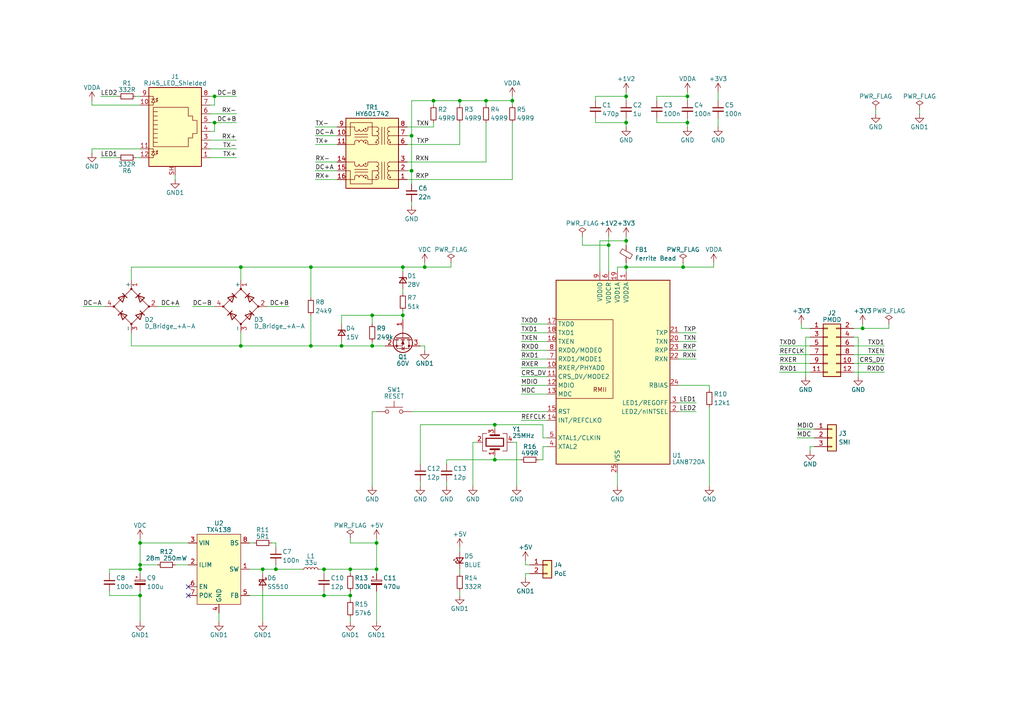
<source format=kicad_sch>
(kicad_sch (version 20211123) (generator eeschema)

  (uuid 899d320b-b9d1-4d02-a791-e25f36895c80)

  (paper "A4")

  

  (junction (at 101.6 172.72) (diameter 0) (color 0 0 0 0)
    (uuid 0c01ccb2-fc4e-4752-8470-11e978cbc851)
  )
  (junction (at 143.51 123.19) (diameter 0) (color 0 0 0 0)
    (uuid 0f25bad1-8575-4f91-bd0b-ac32dde5d13a)
  )
  (junction (at 40.64 163.83) (diameter 0) (color 0 0 0 0)
    (uuid 133448d6-c7ea-4e86-b45a-eb8d8b979d88)
  )
  (junction (at 181.61 35.56) (diameter 0) (color 0 0 0 0)
    (uuid 15894ab1-bd4d-4f61-a70d-bf72d5187cba)
  )
  (junction (at 181.61 69.85) (diameter 0) (color 0 0 0 0)
    (uuid 19410180-5644-4d72-b245-709f4a7a2a14)
  )
  (junction (at 140.97 29.21) (diameter 0) (color 0 0 0 0)
    (uuid 1b818b97-e308-4a58-8887-ef58f0a845a5)
  )
  (junction (at 181.61 77.47) (diameter 0) (color 0 0 0 0)
    (uuid 1c20785e-fb04-4dd3-9929-0c4bb762d951)
  )
  (junction (at 101.6 165.1) (diameter 0) (color 0 0 0 0)
    (uuid 217828e5-b538-41e4-9eb1-2d77546b779f)
  )
  (junction (at 90.17 100.33) (diameter 0) (color 0 0 0 0)
    (uuid 31fdd378-8fc1-4e5d-94c1-4c2429fff249)
  )
  (junction (at 62.23 35.56) (diameter 0) (color 0 0 0 0)
    (uuid 382f61a6-0cea-4ce3-a28e-0d6f41877b7d)
  )
  (junction (at 40.64 172.72) (diameter 0) (color 0 0 0 0)
    (uuid 38f32567-1fbd-4049-b690-1d4d88c8aac1)
  )
  (junction (at 69.85 77.47) (diameter 0) (color 0 0 0 0)
    (uuid 3b3b3b07-fdbe-4531-bba5-398f6b510699)
  )
  (junction (at 99.06 100.33) (diameter 0) (color 0 0 0 0)
    (uuid 3f8fbac5-7242-486f-a203-65541bed7d9d)
  )
  (junction (at 107.95 100.33) (diameter 0) (color 0 0 0 0)
    (uuid 58323567-fd84-41ae-81bf-72430a5a4b55)
  )
  (junction (at 199.39 27.94) (diameter 0) (color 0 0 0 0)
    (uuid 59427b98-753f-4ae5-b77c-87bd0367c9dd)
  )
  (junction (at 148.59 29.21) (diameter 0) (color 0 0 0 0)
    (uuid 59ff3b6e-b6cc-4d83-92d2-1c2cf7cd8b0a)
  )
  (junction (at 119.38 39.37) (diameter 0) (color 0 0 0 0)
    (uuid 60874b2c-abd3-4271-b80a-1abb34788742)
  )
  (junction (at 123.19 77.47) (diameter 0) (color 0 0 0 0)
    (uuid 655d2080-1720-49c6-94c5-fe9bbe5d5a92)
  )
  (junction (at 176.53 71.12) (diameter 0) (color 0 0 0 0)
    (uuid 6e8191cc-e243-4ab8-9ae2-f95637d40f35)
  )
  (junction (at 133.35 29.21) (diameter 0) (color 0 0 0 0)
    (uuid 727da737-c554-4f7e-bde2-b01ece6c052c)
  )
  (junction (at 198.12 77.47) (diameter 0) (color 0 0 0 0)
    (uuid 81940007-9579-40b3-beb6-23c029511b73)
  )
  (junction (at 199.39 35.56) (diameter 0) (color 0 0 0 0)
    (uuid 860c73b4-6a94-4e66-acbc-b6900b4d1d95)
  )
  (junction (at 107.95 91.44) (diameter 0) (color 0 0 0 0)
    (uuid 8872c9ab-4021-4bfd-82c4-ec2af1be244d)
  )
  (junction (at 93.98 165.1) (diameter 0) (color 0 0 0 0)
    (uuid 8947eae7-36c8-4f7a-ac20-a4b8a071b487)
  )
  (junction (at 69.85 100.33) (diameter 0) (color 0 0 0 0)
    (uuid 8b18c1ec-eba5-44b9-a0c4-38b8a3b19480)
  )
  (junction (at 80.01 165.1) (diameter 0) (color 0 0 0 0)
    (uuid a8ef8763-e9a9-4dd8-8d2e-96973f3caca6)
  )
  (junction (at 109.22 157.48) (diameter 0) (color 0 0 0 0)
    (uuid b0e60ca9-3ecd-4204-b460-bc1d8277ace0)
  )
  (junction (at 62.23 27.94) (diameter 0) (color 0 0 0 0)
    (uuid bd83f67d-58bc-4e83-8c8b-b81d3765a5ec)
  )
  (junction (at 93.98 172.72) (diameter 0) (color 0 0 0 0)
    (uuid beac2481-2ff0-40da-b497-237f108faeea)
  )
  (junction (at 125.73 29.21) (diameter 0) (color 0 0 0 0)
    (uuid cdaf9bd9-8074-4d73-81e7-38c8ec0604c1)
  )
  (junction (at 116.84 77.47) (diameter 0) (color 0 0 0 0)
    (uuid cdffe44e-d08b-4e5d-bf62-ab9cd69cfe02)
  )
  (junction (at 109.22 165.1) (diameter 0) (color 0 0 0 0)
    (uuid d545be2d-9010-417c-9de2-3683e3257a95)
  )
  (junction (at 181.61 27.94) (diameter 0) (color 0 0 0 0)
    (uuid dc05f25d-ddca-4b4f-b8eb-8377228dad54)
  )
  (junction (at 143.51 133.35) (diameter 0) (color 0 0 0 0)
    (uuid e15ca59d-e11d-49a0-a11e-13b6fbd67079)
  )
  (junction (at 40.64 165.1) (diameter 0) (color 0 0 0 0)
    (uuid e42967d3-b045-42ac-8785-7417bc8c87e0)
  )
  (junction (at 90.17 77.47) (diameter 0) (color 0 0 0 0)
    (uuid e8524ec3-df16-46f3-ba1c-0fb25e3fb427)
  )
  (junction (at 250.19 95.25) (diameter 0) (color 0 0 0 0)
    (uuid eb0c9678-0545-41ab-833a-a5aafaa4058a)
  )
  (junction (at 40.64 157.48) (diameter 0) (color 0 0 0 0)
    (uuid ef32e201-8935-4270-a2a3-980e6676b023)
  )
  (junction (at 76.2 165.1) (diameter 0) (color 0 0 0 0)
    (uuid f09a9eb4-e930-4a1a-b80b-1c473567ef5c)
  )
  (junction (at 119.38 49.53) (diameter 0) (color 0 0 0 0)
    (uuid f2504780-b755-47f6-ae27-ada30d54441a)
  )
  (junction (at 116.84 91.44) (diameter 0) (color 0 0 0 0)
    (uuid fcd80a05-428d-432b-bb79-0373e8d03764)
  )

  (no_connect (at 54.61 172.72) (uuid 7bb274a4-6be2-4e7e-be3c-b481a1d61326))
  (no_connect (at 54.61 170.18) (uuid 7bb274a4-6be2-4e7e-be3c-b481a1d61327))

  (wire (pts (xy 121.92 134.62) (xy 121.92 123.19))
    (stroke (width 0) (type default) (color 0 0 0 0))
    (uuid 000da290-5709-499c-a72e-a2f84037e7ae)
  )
  (wire (pts (xy 129.54 139.7) (xy 129.54 140.97))
    (stroke (width 0) (type default) (color 0 0 0 0))
    (uuid 0120087f-4ef9-47d8-b5d0-c3799749040c)
  )
  (wire (pts (xy 60.96 45.72) (xy 68.58 45.72))
    (stroke (width 0) (type default) (color 0 0 0 0))
    (uuid 01ab6ba5-1473-4dc8-b38e-fad2e037a662)
  )
  (wire (pts (xy 148.59 29.21) (xy 148.59 30.48))
    (stroke (width 0) (type default) (color 0 0 0 0))
    (uuid 02cae3ef-920d-4169-a693-c765eef1e6ff)
  )
  (wire (pts (xy 236.22 129.54) (xy 234.95 129.54))
    (stroke (width 0) (type default) (color 0 0 0 0))
    (uuid 02cf2e7b-9ec9-4695-ae36-4a51936c6cfe)
  )
  (wire (pts (xy 40.64 171.45) (xy 40.64 172.72))
    (stroke (width 0) (type default) (color 0 0 0 0))
    (uuid 0422de0f-2bb4-4184-8893-b116265d3809)
  )
  (wire (pts (xy 24.13 88.9) (xy 30.48 88.9))
    (stroke (width 0) (type default) (color 0 0 0 0))
    (uuid 0681afff-2588-4806-b08e-36d9290ccb04)
  )
  (wire (pts (xy 101.6 172.72) (xy 101.6 173.99))
    (stroke (width 0) (type default) (color 0 0 0 0))
    (uuid 06c13c32-a27f-451f-b402-b59b54fcc1ab)
  )
  (wire (pts (xy 45.72 88.9) (xy 52.07 88.9))
    (stroke (width 0) (type default) (color 0 0 0 0))
    (uuid 0816fed0-a50f-450a-b823-0eb8c2f46e79)
  )
  (wire (pts (xy 157.48 129.54) (xy 157.48 133.35))
    (stroke (width 0) (type default) (color 0 0 0 0))
    (uuid 0ab01cf7-decb-4eaf-a71d-63a8eb6a2a3f)
  )
  (wire (pts (xy 226.06 100.33) (xy 234.95 100.33))
    (stroke (width 0) (type default) (color 0 0 0 0))
    (uuid 0ae76ada-ebb0-4190-acf9-5d57b9cae9cf)
  )
  (wire (pts (xy 140.97 29.21) (xy 148.59 29.21))
    (stroke (width 0) (type default) (color 0 0 0 0))
    (uuid 0b1c64c5-cf2f-4770-b28b-8cff392f5d21)
  )
  (wire (pts (xy 60.96 33.02) (xy 68.58 33.02))
    (stroke (width 0) (type default) (color 0 0 0 0))
    (uuid 0bdd989b-4e5d-46e5-8979-0eeb71a4e755)
  )
  (wire (pts (xy 116.84 83.82) (xy 116.84 85.09))
    (stroke (width 0) (type default) (color 0 0 0 0))
    (uuid 0bfc1201-6df4-474f-84dd-8896b65351d3)
  )
  (wire (pts (xy 248.92 109.22) (xy 248.92 97.79))
    (stroke (width 0) (type default) (color 0 0 0 0))
    (uuid 0d5bbe7e-1fa2-43f7-9165-41dab391f84e)
  )
  (wire (pts (xy 133.35 165.1) (xy 133.35 166.37))
    (stroke (width 0) (type default) (color 0 0 0 0))
    (uuid 0d77c0e1-b93c-4782-90c8-f4effa29bbe8)
  )
  (wire (pts (xy 63.5 177.8) (xy 63.5 180.34))
    (stroke (width 0) (type default) (color 0 0 0 0))
    (uuid 0e6dc00b-7780-4404-ae1c-315fd46a5852)
  )
  (wire (pts (xy 118.11 41.91) (xy 133.35 41.91))
    (stroke (width 0) (type default) (color 0 0 0 0))
    (uuid 10189dcf-d05e-4b70-93c3-1ae0d910f2ed)
  )
  (wire (pts (xy 31.75 166.37) (xy 31.75 165.1))
    (stroke (width 0) (type default) (color 0 0 0 0))
    (uuid 10712a08-77c8-4df7-995b-90e71af6b177)
  )
  (wire (pts (xy 29.21 45.72) (xy 34.29 45.72))
    (stroke (width 0) (type default) (color 0 0 0 0))
    (uuid 10dc624d-7aac-4ab9-9d98-ae503f834e0d)
  )
  (wire (pts (xy 125.73 30.48) (xy 125.73 29.21))
    (stroke (width 0) (type default) (color 0 0 0 0))
    (uuid 1164db46-2f8d-4055-8e0d-f3e8b5270fc4)
  )
  (wire (pts (xy 257.81 95.25) (xy 250.19 95.25))
    (stroke (width 0) (type default) (color 0 0 0 0))
    (uuid 147773d7-d9ca-4adc-ae32-f2dae68d0ce0)
  )
  (wire (pts (xy 119.38 29.21) (xy 119.38 39.37))
    (stroke (width 0) (type default) (color 0 0 0 0))
    (uuid 168f5ae0-e7b6-44b4-a085-d2891d184c72)
  )
  (wire (pts (xy 91.44 36.83) (xy 97.79 36.83))
    (stroke (width 0) (type default) (color 0 0 0 0))
    (uuid 1871e3dc-8ded-4ef7-baa8-8b459678310d)
  )
  (wire (pts (xy 190.5 27.94) (xy 199.39 27.94))
    (stroke (width 0) (type default) (color 0 0 0 0))
    (uuid 1a1f12fa-dab7-422e-8750-28a76d20d60b)
  )
  (wire (pts (xy 90.17 100.33) (xy 99.06 100.33))
    (stroke (width 0) (type default) (color 0 0 0 0))
    (uuid 1b683a0f-453e-41f3-a208-39dbdc81b62f)
  )
  (wire (pts (xy 130.81 76.2) (xy 130.81 77.47))
    (stroke (width 0) (type default) (color 0 0 0 0))
    (uuid 1c289712-ba8e-44bf-a517-d059bd770989)
  )
  (wire (pts (xy 179.07 78.74) (xy 179.07 77.47))
    (stroke (width 0) (type default) (color 0 0 0 0))
    (uuid 1d272ae1-868b-4f38-b42c-efa0964726d0)
  )
  (wire (pts (xy 199.39 34.29) (xy 199.39 35.56))
    (stroke (width 0) (type default) (color 0 0 0 0))
    (uuid 1d7180ba-e42d-462e-8b4a-8394f0521c37)
  )
  (wire (pts (xy 151.13 96.52) (xy 158.75 96.52))
    (stroke (width 0) (type default) (color 0 0 0 0))
    (uuid 1e627a5f-e264-4146-ac3a-36be1023e7ef)
  )
  (wire (pts (xy 101.6 165.1) (xy 101.6 166.37))
    (stroke (width 0) (type default) (color 0 0 0 0))
    (uuid 1f0b9ac0-2411-43cf-ab94-035a58379518)
  )
  (wire (pts (xy 173.99 69.85) (xy 181.61 69.85))
    (stroke (width 0) (type default) (color 0 0 0 0))
    (uuid 206b9ccc-a90b-4753-8e99-af8db5fc469b)
  )
  (wire (pts (xy 226.06 105.41) (xy 234.95 105.41))
    (stroke (width 0) (type default) (color 0 0 0 0))
    (uuid 211d15c9-afc4-4d54-8782-db4d9cc37a9b)
  )
  (wire (pts (xy 38.1 96.52) (xy 38.1 100.33))
    (stroke (width 0) (type default) (color 0 0 0 0))
    (uuid 22c9dd39-cfcd-49e7-983f-9bcf703099bb)
  )
  (wire (pts (xy 76.2 165.1) (xy 80.01 165.1))
    (stroke (width 0) (type default) (color 0 0 0 0))
    (uuid 22efcb67-9ea4-432c-8c4e-95cc61b1c302)
  )
  (wire (pts (xy 137.16 128.27) (xy 137.16 140.97))
    (stroke (width 0) (type default) (color 0 0 0 0))
    (uuid 2317a26d-524b-4276-b53b-6efd275841fa)
  )
  (wire (pts (xy 60.96 38.1) (xy 62.23 38.1))
    (stroke (width 0) (type default) (color 0 0 0 0))
    (uuid 273fade3-418e-43b8-be0f-da8fc389b15c)
  )
  (wire (pts (xy 247.65 102.87) (xy 256.54 102.87))
    (stroke (width 0) (type default) (color 0 0 0 0))
    (uuid 2810c06a-bd29-4c3e-a295-f426efa0407d)
  )
  (wire (pts (xy 148.59 128.27) (xy 149.86 128.27))
    (stroke (width 0) (type default) (color 0 0 0 0))
    (uuid 29ee52f4-00d2-4fd9-a8af-40f15258b38d)
  )
  (wire (pts (xy 151.13 114.3) (xy 158.75 114.3))
    (stroke (width 0) (type default) (color 0 0 0 0))
    (uuid 2b84a3ab-6449-438c-b016-fbe892a179ff)
  )
  (wire (pts (xy 208.28 26.67) (xy 208.28 29.21))
    (stroke (width 0) (type default) (color 0 0 0 0))
    (uuid 2b9e9baf-afa5-488e-953d-3ac0255f62ec)
  )
  (wire (pts (xy 190.5 35.56) (xy 199.39 35.56))
    (stroke (width 0) (type default) (color 0 0 0 0))
    (uuid 2ccfcf0b-4497-4548-80e7-65c3328a374e)
  )
  (wire (pts (xy 76.2 165.1) (xy 76.2 166.37))
    (stroke (width 0) (type default) (color 0 0 0 0))
    (uuid 2cd190db-856f-4d7e-840a-a2ad0075fade)
  )
  (wire (pts (xy 152.4 167.64) (xy 152.4 166.37))
    (stroke (width 0) (type default) (color 0 0 0 0))
    (uuid 2dbe963a-ec29-4d81-bc13-80756b83df52)
  )
  (wire (pts (xy 69.85 100.33) (xy 90.17 100.33))
    (stroke (width 0) (type default) (color 0 0 0 0))
    (uuid 2eddaf47-67d6-41a2-a305-6899972e14e8)
  )
  (wire (pts (xy 232.41 93.98) (xy 232.41 95.25))
    (stroke (width 0) (type default) (color 0 0 0 0))
    (uuid 30000672-b9b7-437d-b017-ef5a9663eade)
  )
  (wire (pts (xy 226.06 102.87) (xy 234.95 102.87))
    (stroke (width 0) (type default) (color 0 0 0 0))
    (uuid 3056697e-b7b7-4568-8634-17f6f107ac84)
  )
  (wire (pts (xy 38.1 100.33) (xy 69.85 100.33))
    (stroke (width 0) (type default) (color 0 0 0 0))
    (uuid 31ce759c-3900-4151-8ed8-b3018b5e05fb)
  )
  (wire (pts (xy 205.74 118.11) (xy 205.74 140.97))
    (stroke (width 0) (type default) (color 0 0 0 0))
    (uuid 3215d6eb-b103-431f-92a5-47fd5cbb5b89)
  )
  (wire (pts (xy 101.6 156.21) (xy 101.6 157.48))
    (stroke (width 0) (type default) (color 0 0 0 0))
    (uuid 32195fdc-3659-454c-ba14-61185d21a8dc)
  )
  (wire (pts (xy 125.73 36.83) (xy 125.73 35.56))
    (stroke (width 0) (type default) (color 0 0 0 0))
    (uuid 32c71118-7c96-4fba-bd2b-5a93e2043314)
  )
  (wire (pts (xy 196.85 99.06) (xy 201.93 99.06))
    (stroke (width 0) (type default) (color 0 0 0 0))
    (uuid 32c71af0-784a-42e3-817e-4f9fb371f4b5)
  )
  (wire (pts (xy 205.74 111.76) (xy 205.74 113.03))
    (stroke (width 0) (type default) (color 0 0 0 0))
    (uuid 332f5a6c-b81b-48cd-b634-58908c9905e0)
  )
  (wire (pts (xy 119.38 119.38) (xy 158.75 119.38))
    (stroke (width 0) (type default) (color 0 0 0 0))
    (uuid 3552ebbd-475f-4323-8596-ae0778d8771f)
  )
  (wire (pts (xy 176.53 71.12) (xy 176.53 78.74))
    (stroke (width 0) (type default) (color 0 0 0 0))
    (uuid 35589388-dfa8-4895-a448-2bf968e65b78)
  )
  (wire (pts (xy 40.64 163.83) (xy 45.72 163.83))
    (stroke (width 0) (type default) (color 0 0 0 0))
    (uuid 358c55b2-2bf5-496e-b337-6d1f31bcfe12)
  )
  (wire (pts (xy 143.51 132.08) (xy 143.51 133.35))
    (stroke (width 0) (type default) (color 0 0 0 0))
    (uuid 35effd3d-a409-4610-9020-69db229b7f99)
  )
  (wire (pts (xy 226.06 107.95) (xy 234.95 107.95))
    (stroke (width 0) (type default) (color 0 0 0 0))
    (uuid 396fce63-74e2-4f34-9b68-d6fd5646ab5a)
  )
  (wire (pts (xy 55.88 88.9) (xy 62.23 88.9))
    (stroke (width 0) (type default) (color 0 0 0 0))
    (uuid 3da890cc-9292-41fe-9081-e8cf6d3aebb8)
  )
  (wire (pts (xy 198.12 77.47) (xy 181.61 77.47))
    (stroke (width 0) (type default) (color 0 0 0 0))
    (uuid 3deb49cc-f214-43f5-acf4-523d01597e01)
  )
  (wire (pts (xy 107.95 99.06) (xy 107.95 100.33))
    (stroke (width 0) (type default) (color 0 0 0 0))
    (uuid 3e0c254c-eb0c-4d3d-a3a7-06ca67b30234)
  )
  (wire (pts (xy 190.5 29.21) (xy 190.5 27.94))
    (stroke (width 0) (type default) (color 0 0 0 0))
    (uuid 3f1e1c20-8e3f-4178-b8d4-7fb769ebe280)
  )
  (wire (pts (xy 72.39 172.72) (xy 93.98 172.72))
    (stroke (width 0) (type default) (color 0 0 0 0))
    (uuid 4112e398-d70d-42a5-8206-37082a416b4b)
  )
  (wire (pts (xy 196.85 104.14) (xy 201.93 104.14))
    (stroke (width 0) (type default) (color 0 0 0 0))
    (uuid 4172b177-64f0-4bc3-bdfe-15c25261f8f3)
  )
  (wire (pts (xy 181.61 34.29) (xy 181.61 35.56))
    (stroke (width 0) (type default) (color 0 0 0 0))
    (uuid 4444a521-ac0e-4b22-af15-acd7fa8bc620)
  )
  (wire (pts (xy 125.73 29.21) (xy 119.38 29.21))
    (stroke (width 0) (type default) (color 0 0 0 0))
    (uuid 4488a476-d062-4205-94ba-e8cc3ad0fa82)
  )
  (wire (pts (xy 196.85 96.52) (xy 201.93 96.52))
    (stroke (width 0) (type default) (color 0 0 0 0))
    (uuid 46713112-58dc-4b5d-b49d-812755b5097d)
  )
  (wire (pts (xy 38.1 77.47) (xy 38.1 81.28))
    (stroke (width 0) (type default) (color 0 0 0 0))
    (uuid 47870c19-cd80-4a86-a345-679b0af37307)
  )
  (wire (pts (xy 133.35 158.75) (xy 133.35 160.02))
    (stroke (width 0) (type default) (color 0 0 0 0))
    (uuid 47fe13ad-9327-4a2e-912e-c57923d3617b)
  )
  (wire (pts (xy 118.11 39.37) (xy 119.38 39.37))
    (stroke (width 0) (type default) (color 0 0 0 0))
    (uuid 49443947-6819-478c-ad40-3c46cf4ed8da)
  )
  (wire (pts (xy 26.67 29.21) (xy 26.67 30.48))
    (stroke (width 0) (type default) (color 0 0 0 0))
    (uuid 4970a58b-27d4-4cd5-93dd-b4e1285cf509)
  )
  (wire (pts (xy 158.75 129.54) (xy 157.48 129.54))
    (stroke (width 0) (type default) (color 0 0 0 0))
    (uuid 49d156ae-1230-4d87-a4d0-e460c01b2221)
  )
  (wire (pts (xy 123.19 76.2) (xy 123.19 77.47))
    (stroke (width 0) (type default) (color 0 0 0 0))
    (uuid 4a41f913-5024-4fd1-b56c-4b02cec9ed86)
  )
  (wire (pts (xy 143.51 133.35) (xy 151.13 133.35))
    (stroke (width 0) (type default) (color 0 0 0 0))
    (uuid 4ad0c743-4a26-4fc6-b536-3e58842c568d)
  )
  (wire (pts (xy 40.64 157.48) (xy 54.61 157.48))
    (stroke (width 0) (type default) (color 0 0 0 0))
    (uuid 4d5d2f66-2c87-49c9-984b-567cbf582ead)
  )
  (wire (pts (xy 148.59 27.94) (xy 148.59 29.21))
    (stroke (width 0) (type default) (color 0 0 0 0))
    (uuid 4db9f575-b56f-4e6c-b602-97fafc4760c5)
  )
  (wire (pts (xy 90.17 100.33) (xy 90.17 91.44))
    (stroke (width 0) (type default) (color 0 0 0 0))
    (uuid 4fa04e6a-3614-4887-9848-1521a47318b0)
  )
  (wire (pts (xy 119.38 49.53) (xy 119.38 53.34))
    (stroke (width 0) (type default) (color 0 0 0 0))
    (uuid 50b9d51c-f87d-424c-a326-af269137982e)
  )
  (wire (pts (xy 91.44 39.37) (xy 97.79 39.37))
    (stroke (width 0) (type default) (color 0 0 0 0))
    (uuid 50ddc7c4-fb41-414d-acee-60d7fb4ee597)
  )
  (wire (pts (xy 60.96 40.64) (xy 68.58 40.64))
    (stroke (width 0) (type default) (color 0 0 0 0))
    (uuid 513ea9bb-fa7c-4e95-9995-868daa1ab711)
  )
  (wire (pts (xy 172.72 35.56) (xy 181.61 35.56))
    (stroke (width 0) (type default) (color 0 0 0 0))
    (uuid 52420868-7bcc-4e8c-8fec-e4e270833b31)
  )
  (wire (pts (xy 181.61 77.47) (xy 181.61 78.74))
    (stroke (width 0) (type default) (color 0 0 0 0))
    (uuid 53f41b5a-fb6d-4313-9572-ac0337715b25)
  )
  (wire (pts (xy 29.21 27.94) (xy 34.29 27.94))
    (stroke (width 0) (type default) (color 0 0 0 0))
    (uuid 54c8b431-c275-4cd3-8067-4e4edb1e99b9)
  )
  (wire (pts (xy 266.7 31.75) (xy 266.7 33.02))
    (stroke (width 0) (type default) (color 0 0 0 0))
    (uuid 5604f0bc-df9b-427d-abd2-761c261a4377)
  )
  (wire (pts (xy 250.19 95.25) (xy 247.65 95.25))
    (stroke (width 0) (type default) (color 0 0 0 0))
    (uuid 56893ff0-310c-4a8b-9f3a-be8860ebf799)
  )
  (wire (pts (xy 176.53 68.58) (xy 176.53 71.12))
    (stroke (width 0) (type default) (color 0 0 0 0))
    (uuid 56b58c4b-ed8b-4ded-aefd-f24ea5ed0a86)
  )
  (wire (pts (xy 116.84 91.44) (xy 116.84 90.17))
    (stroke (width 0) (type default) (color 0 0 0 0))
    (uuid 5817b3e4-1f7f-4370-b7b2-a315c7b28efd)
  )
  (wire (pts (xy 39.37 27.94) (xy 40.64 27.94))
    (stroke (width 0) (type default) (color 0 0 0 0))
    (uuid 5840c498-32ef-4b9f-a75d-172db5fc628c)
  )
  (wire (pts (xy 133.35 171.45) (xy 133.35 172.72))
    (stroke (width 0) (type default) (color 0 0 0 0))
    (uuid 586cec7e-ced7-42e8-b9b1-0d72c6f00c7e)
  )
  (wire (pts (xy 60.96 35.56) (xy 62.23 35.56))
    (stroke (width 0) (type default) (color 0 0 0 0))
    (uuid 58855dbc-160d-473a-87e2-b1bd61127efc)
  )
  (wire (pts (xy 151.13 106.68) (xy 158.75 106.68))
    (stroke (width 0) (type default) (color 0 0 0 0))
    (uuid 59f24b45-2827-4e14-8e2c-a79fa16a8875)
  )
  (wire (pts (xy 26.67 30.48) (xy 40.64 30.48))
    (stroke (width 0) (type default) (color 0 0 0 0))
    (uuid 5a2067dd-2439-4f64-8da4-d15ad90f1540)
  )
  (wire (pts (xy 123.19 77.47) (xy 116.84 77.47))
    (stroke (width 0) (type default) (color 0 0 0 0))
    (uuid 5b64e516-94ec-4659-8ad7-348568eada22)
  )
  (wire (pts (xy 116.84 91.44) (xy 116.84 92.71))
    (stroke (width 0) (type default) (color 0 0 0 0))
    (uuid 5bed8d16-24ff-43eb-b69e-f37f705f021d)
  )
  (wire (pts (xy 125.73 29.21) (xy 133.35 29.21))
    (stroke (width 0) (type default) (color 0 0 0 0))
    (uuid 5f6ee1d4-676c-4e0e-8efe-2ebb0653117d)
  )
  (wire (pts (xy 60.96 43.18) (xy 68.58 43.18))
    (stroke (width 0) (type default) (color 0 0 0 0))
    (uuid 5ff800ae-bc3a-43af-9bc9-4f0751eb7795)
  )
  (wire (pts (xy 123.19 77.47) (xy 130.81 77.47))
    (stroke (width 0) (type default) (color 0 0 0 0))
    (uuid 6027e141-d68d-41d7-844d-c7edde9d1b5c)
  )
  (wire (pts (xy 93.98 172.72) (xy 101.6 172.72))
    (stroke (width 0) (type default) (color 0 0 0 0))
    (uuid 60c67174-4eb8-43b4-9839-08c3f184cd9d)
  )
  (wire (pts (xy 247.65 105.41) (xy 256.54 105.41))
    (stroke (width 0) (type default) (color 0 0 0 0))
    (uuid 60cbe45f-6867-491d-8ae8-9a0748c7db56)
  )
  (wire (pts (xy 31.75 171.45) (xy 31.75 172.72))
    (stroke (width 0) (type default) (color 0 0 0 0))
    (uuid 6101c821-56c8-4d98-a5b8-3e2d233fb9ee)
  )
  (wire (pts (xy 151.13 111.76) (xy 158.75 111.76))
    (stroke (width 0) (type default) (color 0 0 0 0))
    (uuid 639e134b-061f-4088-a86b-159ba979c9a4)
  )
  (wire (pts (xy 99.06 91.44) (xy 107.95 91.44))
    (stroke (width 0) (type default) (color 0 0 0 0))
    (uuid 63c494bd-1e9d-47d4-8661-757d8fce81af)
  )
  (wire (pts (xy 133.35 41.91) (xy 133.35 35.56))
    (stroke (width 0) (type default) (color 0 0 0 0))
    (uuid 662836da-a72e-4cb2-ad3e-bed46b4cd5ad)
  )
  (wire (pts (xy 107.95 119.38) (xy 109.22 119.38))
    (stroke (width 0) (type default) (color 0 0 0 0))
    (uuid 666432cc-bab6-4c72-96db-fc673db723b2)
  )
  (wire (pts (xy 168.91 68.58) (xy 168.91 71.12))
    (stroke (width 0) (type default) (color 0 0 0 0))
    (uuid 66ec1dc1-1b33-4770-9260-44669b3cce42)
  )
  (wire (pts (xy 196.85 119.38) (xy 201.93 119.38))
    (stroke (width 0) (type default) (color 0 0 0 0))
    (uuid 674a288b-afaa-435d-a47b-e46940f4de48)
  )
  (wire (pts (xy 101.6 171.45) (xy 101.6 172.72))
    (stroke (width 0) (type default) (color 0 0 0 0))
    (uuid 6ea85d43-ec0a-41e6-9e11-6ab6f1eb11f9)
  )
  (wire (pts (xy 109.22 157.48) (xy 109.22 165.1))
    (stroke (width 0) (type default) (color 0 0 0 0))
    (uuid 70658158-13fe-4219-a6ca-4ee68fe06219)
  )
  (wire (pts (xy 26.67 44.45) (xy 26.67 43.18))
    (stroke (width 0) (type default) (color 0 0 0 0))
    (uuid 71c8c057-5172-40da-a498-ef22b4f7f110)
  )
  (wire (pts (xy 116.84 77.47) (xy 116.84 78.74))
    (stroke (width 0) (type default) (color 0 0 0 0))
    (uuid 72992a46-cd40-4ead-8b1c-d67415fff3b1)
  )
  (wire (pts (xy 152.4 166.37) (xy 153.67 166.37))
    (stroke (width 0) (type default) (color 0 0 0 0))
    (uuid 7332e484-b28a-4f6a-85b1-ed0a5916bb41)
  )
  (wire (pts (xy 91.44 52.07) (xy 97.79 52.07))
    (stroke (width 0) (type default) (color 0 0 0 0))
    (uuid 74b35314-5c84-4655-b6b3-4be705c4c218)
  )
  (wire (pts (xy 121.92 123.19) (xy 143.51 123.19))
    (stroke (width 0) (type default) (color 0 0 0 0))
    (uuid 76aa3042-6205-401a-8139-73eaa4b8ffea)
  )
  (wire (pts (xy 69.85 77.47) (xy 90.17 77.47))
    (stroke (width 0) (type default) (color 0 0 0 0))
    (uuid 776421db-7df1-40c7-9ca8-a0e2f1ca0a27)
  )
  (wire (pts (xy 62.23 38.1) (xy 62.23 35.56))
    (stroke (width 0) (type default) (color 0 0 0 0))
    (uuid 79ea482a-2804-479c-b2c3-1ffc3d14f26b)
  )
  (wire (pts (xy 198.12 76.2) (xy 198.12 77.47))
    (stroke (width 0) (type default) (color 0 0 0 0))
    (uuid 7d0c321d-7728-4f1f-b20a-05fef6f69425)
  )
  (wire (pts (xy 118.11 49.53) (xy 119.38 49.53))
    (stroke (width 0) (type default) (color 0 0 0 0))
    (uuid 7f471254-0418-428d-ad54-95bb95d8e935)
  )
  (wire (pts (xy 143.51 123.19) (xy 143.51 124.46))
    (stroke (width 0) (type default) (color 0 0 0 0))
    (uuid 80a4c1fc-078c-4156-bcac-defe8b2d4b2c)
  )
  (wire (pts (xy 80.01 163.83) (xy 80.01 165.1))
    (stroke (width 0) (type default) (color 0 0 0 0))
    (uuid 817a8c69-7e80-4851-823e-ed726b848dc0)
  )
  (wire (pts (xy 60.96 30.48) (xy 62.23 30.48))
    (stroke (width 0) (type default) (color 0 0 0 0))
    (uuid 82b7a357-e2fc-4392-b04c-e8ba2fa90dc5)
  )
  (wire (pts (xy 101.6 179.07) (xy 101.6 180.34))
    (stroke (width 0) (type default) (color 0 0 0 0))
    (uuid 83c5ec07-d7c7-4150-97ef-a08b3008cd9a)
  )
  (wire (pts (xy 69.85 96.52) (xy 69.85 100.33))
    (stroke (width 0) (type default) (color 0 0 0 0))
    (uuid 84983548-1de8-4b83-afc3-1a4a1a5d932b)
  )
  (wire (pts (xy 93.98 165.1) (xy 101.6 165.1))
    (stroke (width 0) (type default) (color 0 0 0 0))
    (uuid 857899e0-eb45-4379-ad16-f2a7b0e10b39)
  )
  (wire (pts (xy 196.85 101.6) (xy 201.93 101.6))
    (stroke (width 0) (type default) (color 0 0 0 0))
    (uuid 869b9ee4-7658-44ad-be98-c0fd14691621)
  )
  (wire (pts (xy 50.8 50.8) (xy 50.8 52.07))
    (stroke (width 0) (type default) (color 0 0 0 0))
    (uuid 8799b2db-f2f6-4edb-8854-b8b3adc369b1)
  )
  (wire (pts (xy 62.23 30.48) (xy 62.23 27.94))
    (stroke (width 0) (type default) (color 0 0 0 0))
    (uuid 88bed0c3-2fdd-4082-bd7f-7c9c2b754109)
  )
  (wire (pts (xy 247.65 107.95) (xy 256.54 107.95))
    (stroke (width 0) (type default) (color 0 0 0 0))
    (uuid 8999422b-61b2-464d-a536-c56b3d672eaa)
  )
  (wire (pts (xy 196.85 111.76) (xy 205.74 111.76))
    (stroke (width 0) (type default) (color 0 0 0 0))
    (uuid 8c4ed844-7dcd-4203-8e6f-90ae1a1f80ce)
  )
  (wire (pts (xy 172.72 27.94) (xy 181.61 27.94))
    (stroke (width 0) (type default) (color 0 0 0 0))
    (uuid 8d0705ec-32fa-42cd-9ad3-3ca1ae994918)
  )
  (wire (pts (xy 199.39 26.67) (xy 199.39 27.94))
    (stroke (width 0) (type default) (color 0 0 0 0))
    (uuid 8dea701b-dd5e-47be-8812-ecef09e0d9ae)
  )
  (wire (pts (xy 40.64 165.1) (xy 40.64 163.83))
    (stroke (width 0) (type default) (color 0 0 0 0))
    (uuid 8e4a27fe-81be-403c-acef-149a18eb1cd1)
  )
  (wire (pts (xy 247.65 100.33) (xy 256.54 100.33))
    (stroke (width 0) (type default) (color 0 0 0 0))
    (uuid 91ed8f8b-ad95-4558-aa24-6d60cf38c14e)
  )
  (wire (pts (xy 91.44 41.91) (xy 97.79 41.91))
    (stroke (width 0) (type default) (color 0 0 0 0))
    (uuid 94564915-f8c7-42cd-97ff-a9fb322de635)
  )
  (wire (pts (xy 181.61 27.94) (xy 181.61 29.21))
    (stroke (width 0) (type default) (color 0 0 0 0))
    (uuid 9562995c-b680-40b3-bf6a-8150b678dd85)
  )
  (wire (pts (xy 133.35 29.21) (xy 133.35 30.48))
    (stroke (width 0) (type default) (color 0 0 0 0))
    (uuid 95d5f247-0bb1-4a9d-ba0b-e4ad715e26f4)
  )
  (wire (pts (xy 181.61 76.2) (xy 181.61 77.47))
    (stroke (width 0) (type default) (color 0 0 0 0))
    (uuid 9722313a-ad7d-4f9f-8f37-ea57be7e0d8b)
  )
  (wire (pts (xy 233.68 97.79) (xy 234.95 97.79))
    (stroke (width 0) (type default) (color 0 0 0 0))
    (uuid 974f2851-6907-41bb-9215-39b277f0e46d)
  )
  (wire (pts (xy 129.54 133.35) (xy 143.51 133.35))
    (stroke (width 0) (type default) (color 0 0 0 0))
    (uuid 990cfe35-083c-4908-bdd0-e6374d05916e)
  )
  (wire (pts (xy 50.8 163.83) (xy 54.61 163.83))
    (stroke (width 0) (type default) (color 0 0 0 0))
    (uuid 99b29df8-070f-4122-8808-fdf4690480aa)
  )
  (wire (pts (xy 208.28 34.29) (xy 208.28 36.83))
    (stroke (width 0) (type default) (color 0 0 0 0))
    (uuid 9a7ab643-5e73-42db-b36e-25927acbf942)
  )
  (wire (pts (xy 181.61 69.85) (xy 181.61 71.12))
    (stroke (width 0) (type default) (color 0 0 0 0))
    (uuid 9b5d8cea-89c1-4eea-8231-7068ec144a28)
  )
  (wire (pts (xy 90.17 86.36) (xy 90.17 77.47))
    (stroke (width 0) (type default) (color 0 0 0 0))
    (uuid 9b7d259e-e079-4076-8348-02053d8d650c)
  )
  (wire (pts (xy 109.22 171.45) (xy 109.22 180.34))
    (stroke (width 0) (type default) (color 0 0 0 0))
    (uuid 9d68d3e2-bd80-48df-872b-cacbe0468775)
  )
  (wire (pts (xy 107.95 91.44) (xy 116.84 91.44))
    (stroke (width 0) (type default) (color 0 0 0 0))
    (uuid 9ec41179-571d-4334-8a87-e13ed0903b29)
  )
  (wire (pts (xy 248.92 97.79) (xy 247.65 97.79))
    (stroke (width 0) (type default) (color 0 0 0 0))
    (uuid 9ed77a62-c49f-440b-81ff-f8eb8f9e1cb7)
  )
  (wire (pts (xy 121.92 139.7) (xy 121.92 140.97))
    (stroke (width 0) (type default) (color 0 0 0 0))
    (uuid 9efdb609-88d0-4e6b-b18a-44269a4155c5)
  )
  (wire (pts (xy 151.13 121.92) (xy 158.75 121.92))
    (stroke (width 0) (type default) (color 0 0 0 0))
    (uuid 9f317b9d-af33-4b83-99c0-45b097664740)
  )
  (wire (pts (xy 80.01 157.48) (xy 80.01 158.75))
    (stroke (width 0) (type default) (color 0 0 0 0))
    (uuid 9fbcacf4-33b9-47a7-880c-f913af13d213)
  )
  (wire (pts (xy 80.01 165.1) (xy 87.63 165.1))
    (stroke (width 0) (type default) (color 0 0 0 0))
    (uuid a082856d-e927-4028-9e81-04ad63c4dea3)
  )
  (wire (pts (xy 156.21 133.35) (xy 157.48 133.35))
    (stroke (width 0) (type default) (color 0 0 0 0))
    (uuid a379d55c-35e9-4f6a-9b25-5190486db1c4)
  )
  (wire (pts (xy 181.61 68.58) (xy 181.61 69.85))
    (stroke (width 0) (type default) (color 0 0 0 0))
    (uuid a46ad0a2-f472-42ab-8653-150d4f366e56)
  )
  (wire (pts (xy 31.75 172.72) (xy 40.64 172.72))
    (stroke (width 0) (type default) (color 0 0 0 0))
    (uuid a51fd5d9-30a1-4e51-ae63-6abab8f385b0)
  )
  (wire (pts (xy 138.43 128.27) (xy 137.16 128.27))
    (stroke (width 0) (type default) (color 0 0 0 0))
    (uuid a56399dc-1386-4870-9ea4-08b90a204580)
  )
  (wire (pts (xy 168.91 71.12) (xy 176.53 71.12))
    (stroke (width 0) (type default) (color 0 0 0 0))
    (uuid a56b3e28-4ee7-4c63-8ad3-581592cfbfcc)
  )
  (wire (pts (xy 109.22 156.21) (xy 109.22 157.48))
    (stroke (width 0) (type default) (color 0 0 0 0))
    (uuid a5782bd0-a10f-452a-9e71-504428e47b9d)
  )
  (wire (pts (xy 92.71 165.1) (xy 93.98 165.1))
    (stroke (width 0) (type default) (color 0 0 0 0))
    (uuid a77d72f3-9615-4e24-8482-5b96ad39b916)
  )
  (wire (pts (xy 157.48 127) (xy 157.48 123.19))
    (stroke (width 0) (type default) (color 0 0 0 0))
    (uuid a7ae0e7e-c8b7-4251-a673-dd21a3775a6a)
  )
  (wire (pts (xy 149.86 128.27) (xy 149.86 140.97))
    (stroke (width 0) (type default) (color 0 0 0 0))
    (uuid a86b44f1-31e0-40da-9da9-618b3d26a4d4)
  )
  (wire (pts (xy 119.38 58.42) (xy 119.38 59.69))
    (stroke (width 0) (type default) (color 0 0 0 0))
    (uuid aa61c91c-abb5-4af4-abcb-193247d912d6)
  )
  (wire (pts (xy 133.35 29.21) (xy 140.97 29.21))
    (stroke (width 0) (type default) (color 0 0 0 0))
    (uuid aa851d7e-9245-4e72-a2f2-2e98100adebe)
  )
  (wire (pts (xy 257.81 93.98) (xy 257.81 95.25))
    (stroke (width 0) (type default) (color 0 0 0 0))
    (uuid abfbf3bd-96ca-4877-8fdd-f7dcec12ae71)
  )
  (wire (pts (xy 118.11 46.99) (xy 140.97 46.99))
    (stroke (width 0) (type default) (color 0 0 0 0))
    (uuid ac1064e9-df41-45b1-87b2-d8c99e27d4a8)
  )
  (wire (pts (xy 72.39 165.1) (xy 76.2 165.1))
    (stroke (width 0) (type default) (color 0 0 0 0))
    (uuid ad96d36c-8246-426e-bae8-43d976a478e4)
  )
  (wire (pts (xy 90.17 77.47) (xy 116.84 77.47))
    (stroke (width 0) (type default) (color 0 0 0 0))
    (uuid aeedd6d2-ca70-47a3-add7-022aac7a4e71)
  )
  (wire (pts (xy 196.85 116.84) (xy 201.93 116.84))
    (stroke (width 0) (type default) (color 0 0 0 0))
    (uuid af71d2b5-8e37-44e9-b401-510a33f5c4e0)
  )
  (wire (pts (xy 40.64 156.21) (xy 40.64 157.48))
    (stroke (width 0) (type default) (color 0 0 0 0))
    (uuid afa24a82-ca53-4cc5-b789-29fa958374d5)
  )
  (wire (pts (xy 72.39 157.48) (xy 73.66 157.48))
    (stroke (width 0) (type default) (color 0 0 0 0))
    (uuid b17e7a68-038f-4317-babe-d301b0e4a3f3)
  )
  (wire (pts (xy 231.14 127) (xy 236.22 127))
    (stroke (width 0) (type default) (color 0 0 0 0))
    (uuid b18dfe05-0c03-4b5d-bd9a-6665b526bc43)
  )
  (wire (pts (xy 101.6 157.48) (xy 109.22 157.48))
    (stroke (width 0) (type default) (color 0 0 0 0))
    (uuid b2ada819-9a92-41dd-ae9d-f6e96404a4cd)
  )
  (wire (pts (xy 77.47 88.9) (xy 83.82 88.9))
    (stroke (width 0) (type default) (color 0 0 0 0))
    (uuid b33ed16a-5461-420f-b706-1e5b8e85a8c3)
  )
  (wire (pts (xy 234.95 129.54) (xy 234.95 130.81))
    (stroke (width 0) (type default) (color 0 0 0 0))
    (uuid b519ec62-e4f6-4a2f-815d-d5301c7ec8a0)
  )
  (wire (pts (xy 199.39 35.56) (xy 199.39 36.83))
    (stroke (width 0) (type default) (color 0 0 0 0))
    (uuid b7456a67-8fa3-4198-838d-0eda05429fbf)
  )
  (wire (pts (xy 109.22 165.1) (xy 109.22 166.37))
    (stroke (width 0) (type default) (color 0 0 0 0))
    (uuid b86b3598-6470-4b03-8780-166151e180a9)
  )
  (wire (pts (xy 123.19 100.33) (xy 123.19 101.6))
    (stroke (width 0) (type default) (color 0 0 0 0))
    (uuid b9490371-9e15-4509-9923-c54c90900258)
  )
  (wire (pts (xy 107.95 100.33) (xy 111.76 100.33))
    (stroke (width 0) (type default) (color 0 0 0 0))
    (uuid beddfe5d-6248-491a-81d1-7d0658d63b2d)
  )
  (wire (pts (xy 99.06 100.33) (xy 107.95 100.33))
    (stroke (width 0) (type default) (color 0 0 0 0))
    (uuid bf1e4306-1a28-4bb6-bb7e-3de3eeb33c92)
  )
  (wire (pts (xy 40.64 157.48) (xy 40.64 163.83))
    (stroke (width 0) (type default) (color 0 0 0 0))
    (uuid c1196eb7-30ac-420f-98f0-df30568dccc5)
  )
  (wire (pts (xy 101.6 165.1) (xy 109.22 165.1))
    (stroke (width 0) (type default) (color 0 0 0 0))
    (uuid c11c3473-dc83-4939-9043-eaee953ae733)
  )
  (wire (pts (xy 119.38 39.37) (xy 119.38 49.53))
    (stroke (width 0) (type default) (color 0 0 0 0))
    (uuid c17c0e9a-531e-47e2-902e-8295de8e8ef1)
  )
  (wire (pts (xy 151.13 101.6) (xy 158.75 101.6))
    (stroke (width 0) (type default) (color 0 0 0 0))
    (uuid c2e7f4f3-da39-4f04-8803-9a4385be7e8f)
  )
  (wire (pts (xy 140.97 29.21) (xy 140.97 30.48))
    (stroke (width 0) (type default) (color 0 0 0 0))
    (uuid c415af13-accb-41fe-b8d9-b4a40e639e80)
  )
  (wire (pts (xy 76.2 171.45) (xy 76.2 180.34))
    (stroke (width 0) (type default) (color 0 0 0 0))
    (uuid c4cf1ed6-9745-4485-9f8a-32023c034381)
  )
  (wire (pts (xy 107.95 91.44) (xy 107.95 93.98))
    (stroke (width 0) (type default) (color 0 0 0 0))
    (uuid c52992a3-61ff-43b9-a7fb-60a884f7dd99)
  )
  (wire (pts (xy 143.51 123.19) (xy 157.48 123.19))
    (stroke (width 0) (type default) (color 0 0 0 0))
    (uuid c66e3748-69d7-46d2-9b3d-0839f32a9d0f)
  )
  (wire (pts (xy 60.96 27.94) (xy 62.23 27.94))
    (stroke (width 0) (type default) (color 0 0 0 0))
    (uuid c79c6787-0be6-4ba4-847d-e7de67ca7e32)
  )
  (wire (pts (xy 31.75 165.1) (xy 40.64 165.1))
    (stroke (width 0) (type default) (color 0 0 0 0))
    (uuid c7c03d8b-fad0-4176-adc1-4efed42d9885)
  )
  (wire (pts (xy 179.07 137.16) (xy 179.07 140.97))
    (stroke (width 0) (type default) (color 0 0 0 0))
    (uuid c8ae0517-938b-45a5-a79c-1a7b3aafa5f7)
  )
  (wire (pts (xy 250.19 93.98) (xy 250.19 95.25))
    (stroke (width 0) (type default) (color 0 0 0 0))
    (uuid ca87e85c-f3b2-4ea4-be64-cd2daa14e379)
  )
  (wire (pts (xy 69.85 77.47) (xy 38.1 77.47))
    (stroke (width 0) (type default) (color 0 0 0 0))
    (uuid cbc7bec6-8f75-40bf-b8ff-c66fcfcf083b)
  )
  (wire (pts (xy 99.06 93.98) (xy 99.06 91.44))
    (stroke (width 0) (type default) (color 0 0 0 0))
    (uuid d0ef9ea8-69e4-4ebb-8939-fc8d789720f8)
  )
  (wire (pts (xy 40.64 172.72) (xy 40.64 180.34))
    (stroke (width 0) (type default) (color 0 0 0 0))
    (uuid d3d93011-ac75-4599-8b07-e7d0e227cbe5)
  )
  (wire (pts (xy 151.13 104.14) (xy 158.75 104.14))
    (stroke (width 0) (type default) (color 0 0 0 0))
    (uuid d4a25d60-f1ae-46b8-beab-5a602f93998f)
  )
  (wire (pts (xy 207.01 76.2) (xy 207.01 77.47))
    (stroke (width 0) (type default) (color 0 0 0 0))
    (uuid d8a821ee-c5a5-4262-80f2-349415df5625)
  )
  (wire (pts (xy 232.41 95.25) (xy 234.95 95.25))
    (stroke (width 0) (type default) (color 0 0 0 0))
    (uuid d9c60601-b53b-4498-b958-0ee379ca010e)
  )
  (wire (pts (xy 91.44 49.53) (xy 97.79 49.53))
    (stroke (width 0) (type default) (color 0 0 0 0))
    (uuid dba006e5-7e11-4a9c-adcb-e45c522a332a)
  )
  (wire (pts (xy 26.67 43.18) (xy 40.64 43.18))
    (stroke (width 0) (type default) (color 0 0 0 0))
    (uuid dc1c6b7c-6f3c-4a63-94d2-504a44b0223c)
  )
  (wire (pts (xy 179.07 77.47) (xy 181.61 77.47))
    (stroke (width 0) (type default) (color 0 0 0 0))
    (uuid dd65654a-ab42-44a6-b7f9-55976dfa5733)
  )
  (wire (pts (xy 172.72 29.21) (xy 172.72 27.94))
    (stroke (width 0) (type default) (color 0 0 0 0))
    (uuid dddd62d2-8edd-461e-8a46-b3453b0d7c70)
  )
  (wire (pts (xy 207.01 77.47) (xy 198.12 77.47))
    (stroke (width 0) (type default) (color 0 0 0 0))
    (uuid dde30022-89e5-4e58-a926-e61f01132dda)
  )
  (wire (pts (xy 62.23 27.94) (xy 68.58 27.94))
    (stroke (width 0) (type default) (color 0 0 0 0))
    (uuid de31d553-8dbc-4b1c-8794-33f962d87aa0)
  )
  (wire (pts (xy 118.11 52.07) (xy 148.59 52.07))
    (stroke (width 0) (type default) (color 0 0 0 0))
    (uuid de6c9404-6614-47e7-bf66-ef3f7dd530b5)
  )
  (wire (pts (xy 93.98 171.45) (xy 93.98 172.72))
    (stroke (width 0) (type default) (color 0 0 0 0))
    (uuid e0580246-90ad-4012-ab2b-567abcd5c886)
  )
  (wire (pts (xy 129.54 134.62) (xy 129.54 133.35))
    (stroke (width 0) (type default) (color 0 0 0 0))
    (uuid e0baa6d2-218d-40a3-826b-f100782d79c1)
  )
  (wire (pts (xy 151.13 99.06) (xy 158.75 99.06))
    (stroke (width 0) (type default) (color 0 0 0 0))
    (uuid e11b0630-d5ab-4b14-a420-d7081bfb5695)
  )
  (wire (pts (xy 158.75 127) (xy 157.48 127))
    (stroke (width 0) (type default) (color 0 0 0 0))
    (uuid e3db3be4-c423-43ca-a443-4131e8dd2ee9)
  )
  (wire (pts (xy 91.44 46.99) (xy 97.79 46.99))
    (stroke (width 0) (type default) (color 0 0 0 0))
    (uuid e891dc14-c0fb-4151-804e-8f94e5af97eb)
  )
  (wire (pts (xy 151.13 109.22) (xy 158.75 109.22))
    (stroke (width 0) (type default) (color 0 0 0 0))
    (uuid e9b6a5d1-4c6c-494c-aa63-1064f2e37649)
  )
  (wire (pts (xy 107.95 140.97) (xy 107.95 119.38))
    (stroke (width 0) (type default) (color 0 0 0 0))
    (uuid ea090c8d-a0cc-4c6d-bdb7-5c345317cbf9)
  )
  (wire (pts (xy 151.13 93.98) (xy 158.75 93.98))
    (stroke (width 0) (type default) (color 0 0 0 0))
    (uuid ea58c6ca-c86f-456a-a349-5022dd11d365)
  )
  (wire (pts (xy 99.06 99.06) (xy 99.06 100.33))
    (stroke (width 0) (type default) (color 0 0 0 0))
    (uuid ed475738-7c07-4df7-a82f-49282b2c5811)
  )
  (wire (pts (xy 254 31.75) (xy 254 33.02))
    (stroke (width 0) (type default) (color 0 0 0 0))
    (uuid ef7d90dc-8be6-4b01-9458-0d236149a6a9)
  )
  (wire (pts (xy 152.4 162.56) (xy 152.4 163.83))
    (stroke (width 0) (type default) (color 0 0 0 0))
    (uuid efd893a4-568f-4dd7-87fc-e74677762802)
  )
  (wire (pts (xy 173.99 78.74) (xy 173.99 69.85))
    (stroke (width 0) (type default) (color 0 0 0 0))
    (uuid effbf650-9508-4e92-b0c5-53d000e35b53)
  )
  (wire (pts (xy 172.72 34.29) (xy 172.72 35.56))
    (stroke (width 0) (type default) (color 0 0 0 0))
    (uuid f0dcc804-c080-415d-adfc-64e9c3ef12f8)
  )
  (wire (pts (xy 148.59 52.07) (xy 148.59 35.56))
    (stroke (width 0) (type default) (color 0 0 0 0))
    (uuid f0ff32d1-514b-468c-9c90-2b169e95226c)
  )
  (wire (pts (xy 118.11 36.83) (xy 125.73 36.83))
    (stroke (width 0) (type default) (color 0 0 0 0))
    (uuid f1c31930-cd17-44fa-b769-2b795dcdf461)
  )
  (wire (pts (xy 181.61 35.56) (xy 181.61 36.83))
    (stroke (width 0) (type default) (color 0 0 0 0))
    (uuid f275de88-57e9-49b5-be37-12bc2e85c8c9)
  )
  (wire (pts (xy 140.97 46.99) (xy 140.97 35.56))
    (stroke (width 0) (type default) (color 0 0 0 0))
    (uuid f2a26fbd-4ef1-4a8b-a7be-ca9c53d7dc11)
  )
  (wire (pts (xy 121.92 100.33) (xy 123.19 100.33))
    (stroke (width 0) (type default) (color 0 0 0 0))
    (uuid f3d1a472-66af-469c-8da4-c6e26895e4c6)
  )
  (wire (pts (xy 39.37 45.72) (xy 40.64 45.72))
    (stroke (width 0) (type default) (color 0 0 0 0))
    (uuid f5b883dc-4b16-45ed-bf72-618e73337ae4)
  )
  (wire (pts (xy 93.98 165.1) (xy 93.98 166.37))
    (stroke (width 0) (type default) (color 0 0 0 0))
    (uuid f64ccda4-e869-4582-b467-6a57861596fb)
  )
  (wire (pts (xy 62.23 35.56) (xy 68.58 35.56))
    (stroke (width 0) (type default) (color 0 0 0 0))
    (uuid f8014f36-432a-4a33-bb9c-effeb2a29464)
  )
  (wire (pts (xy 233.68 109.22) (xy 233.68 97.79))
    (stroke (width 0) (type default) (color 0 0 0 0))
    (uuid f804768b-c50b-4875-8b30-f7322adbdbd5)
  )
  (wire (pts (xy 231.14 124.46) (xy 236.22 124.46))
    (stroke (width 0) (type default) (color 0 0 0 0))
    (uuid f9a797e8-1f86-475b-85af-01edb17dc942)
  )
  (wire (pts (xy 152.4 163.83) (xy 153.67 163.83))
    (stroke (width 0) (type default) (color 0 0 0 0))
    (uuid fb6f9618-4873-4122-9fc7-17e7607a1986)
  )
  (wire (pts (xy 78.74 157.48) (xy 80.01 157.48))
    (stroke (width 0) (type default) (color 0 0 0 0))
    (uuid fc64ac3f-3702-41d8-823e-e0bd3a52a00a)
  )
  (wire (pts (xy 69.85 77.47) (xy 69.85 81.28))
    (stroke (width 0) (type default) (color 0 0 0 0))
    (uuid fca47bce-e993-45df-addc-d11700405945)
  )
  (wire (pts (xy 199.39 27.94) (xy 199.39 29.21))
    (stroke (width 0) (type default) (color 0 0 0 0))
    (uuid fdc90be5-c648-45ad-9c8e-c64113ba2242)
  )
  (wire (pts (xy 190.5 34.29) (xy 190.5 35.56))
    (stroke (width 0) (type default) (color 0 0 0 0))
    (uuid fe70a17c-be3b-4120-bd3a-6e8fdb28f445)
  )
  (wire (pts (xy 40.64 165.1) (xy 40.64 166.37))
    (stroke (width 0) (type default) (color 0 0 0 0))
    (uuid ff882bcd-4279-4ce7-927d-1e5fd505a035)
  )
  (wire (pts (xy 181.61 26.67) (xy 181.61 27.94))
    (stroke (width 0) (type default) (color 0 0 0 0))
    (uuid ffdea955-3bda-4898-b553-27b7d3dafe85)
  )

  (label "LED1" (at 201.93 116.84 180)
    (effects (font (size 1.27 1.27)) (justify right bottom))
    (uuid 0635dada-72f6-4ca6-8a67-55ce56d71620)
  )
  (label "DC-A" (at 24.13 88.9 0)
    (effects (font (size 1.27 1.27)) (justify left bottom))
    (uuid 08858ea4-de50-4640-bc08-0642109a780c)
  )
  (label "TXN" (at 201.93 99.06 180)
    (effects (font (size 1.27 1.27)) (justify right bottom))
    (uuid 156812a7-5cf2-45be-93d1-f0e8c5d0c143)
  )
  (label "LED1" (at 29.21 45.72 0)
    (effects (font (size 1.27 1.27)) (justify left bottom))
    (uuid 1a4d469f-a61a-4ad4-9527-c615eb25f566)
  )
  (label "TXP" (at 201.93 96.52 180)
    (effects (font (size 1.27 1.27)) (justify right bottom))
    (uuid 2971a455-077c-4456-b505-918657575f89)
  )
  (label "REFCLK" (at 151.13 121.92 0)
    (effects (font (size 1.27 1.27)) (justify left bottom))
    (uuid 2ab96264-2b96-4454-aa32-7bda5b03e3f9)
  )
  (label "TXD1" (at 151.13 96.52 0)
    (effects (font (size 1.27 1.27)) (justify left bottom))
    (uuid 34d1ea25-a2e2-4940-bb59-becb32c9de03)
  )
  (label "TX+" (at 68.58 45.72 180)
    (effects (font (size 1.27 1.27)) (justify right bottom))
    (uuid 471f4043-ee4b-4d2b-8c9d-115a859a4b57)
  )
  (label "RXP" (at 201.93 101.6 180)
    (effects (font (size 1.27 1.27)) (justify right bottom))
    (uuid 4d7922eb-91e4-44ca-aee6-90ab72e86ceb)
  )
  (label "RXN" (at 124.46 46.99 180)
    (effects (font (size 1.27 1.27)) (justify right bottom))
    (uuid 58108a7b-f5c7-496b-8e44-875a2f28bd2a)
  )
  (label "TX-" (at 68.58 43.18 180)
    (effects (font (size 1.27 1.27)) (justify right bottom))
    (uuid 5dbd4aa6-0953-4529-bf9b-e1b545704bf9)
  )
  (label "TXP" (at 124.46 41.91 180)
    (effects (font (size 1.27 1.27)) (justify right bottom))
    (uuid 5f155a85-46c6-4c14-9a53-757b94465ff6)
  )
  (label "DC+A" (at 52.07 88.9 180)
    (effects (font (size 1.27 1.27)) (justify right bottom))
    (uuid 693691f4-b9f9-487f-ae64-92dd4a59be12)
  )
  (label "DC+B" (at 68.58 35.56 180)
    (effects (font (size 1.27 1.27)) (justify right bottom))
    (uuid 6e4f6fd5-c145-47bb-971c-d70e3312a748)
  )
  (label "TXEN" (at 256.54 102.87 180)
    (effects (font (size 1.27 1.27)) (justify right bottom))
    (uuid 781c4554-9efc-440f-a1bc-16c1b69b7b69)
  )
  (label "RXP" (at 124.46 52.07 180)
    (effects (font (size 1.27 1.27)) (justify right bottom))
    (uuid 7ec7d84a-b030-48ac-a21a-96fdf2d39b5d)
  )
  (label "DC+A" (at 91.44 49.53 0)
    (effects (font (size 1.27 1.27)) (justify left bottom))
    (uuid 8103e277-1124-48e9-812a-e1ab6ef31d58)
  )
  (label "RXN" (at 201.93 104.14 180)
    (effects (font (size 1.27 1.27)) (justify right bottom))
    (uuid 8d5ae7dd-75b8-4e7d-ba76-c9aefb01034a)
  )
  (label "TXD0" (at 226.06 100.33 0)
    (effects (font (size 1.27 1.27)) (justify left bottom))
    (uuid 9005118a-e483-4b01-8aeb-343adedbd4bd)
  )
  (label "TX+" (at 91.44 41.91 0)
    (effects (font (size 1.27 1.27)) (justify left bottom))
    (uuid 976f8bbc-43cd-4196-8a49-f54a6cef7436)
  )
  (label "RXD0" (at 151.13 101.6 0)
    (effects (font (size 1.27 1.27)) (justify left bottom))
    (uuid 97c80b55-3473-4a78-ad40-57e63a34dbcb)
  )
  (label "LED2" (at 201.93 119.38 180)
    (effects (font (size 1.27 1.27)) (justify right bottom))
    (uuid 9d70e3ee-4f52-45cd-b40c-d5c597c5634e)
  )
  (label "DC+B" (at 83.82 88.9 180)
    (effects (font (size 1.27 1.27)) (justify right bottom))
    (uuid 9e0d23cd-3e0c-4ccd-95a7-b2f97c735862)
  )
  (label "DC-A" (at 91.44 39.37 0)
    (effects (font (size 1.27 1.27)) (justify left bottom))
    (uuid a943419c-4451-4b3f-9a3e-3bfbc152e4ed)
  )
  (label "REFCLK" (at 226.06 102.87 0)
    (effects (font (size 1.27 1.27)) (justify left bottom))
    (uuid a95ec8d0-1de7-4011-9b16-ac6102375058)
  )
  (label "RX-" (at 91.44 46.99 0)
    (effects (font (size 1.27 1.27)) (justify left bottom))
    (uuid ad84c3d5-31d9-40fa-b687-29279af07fd6)
  )
  (label "LED2" (at 29.21 27.94 0)
    (effects (font (size 1.27 1.27)) (justify left bottom))
    (uuid af87d5ed-dfbb-4901-a1bb-2b3420f1b39d)
  )
  (label "RXER" (at 226.06 105.41 0)
    (effects (font (size 1.27 1.27)) (justify left bottom))
    (uuid b358d984-c202-4460-9acb-157bcf0abfb4)
  )
  (label "RXD1" (at 226.06 107.95 0)
    (effects (font (size 1.27 1.27)) (justify left bottom))
    (uuid b3fa4693-b6d1-4d47-8bd5-865deb7185c3)
  )
  (label "DC-B" (at 68.58 27.94 180)
    (effects (font (size 1.27 1.27)) (justify right bottom))
    (uuid b489ba05-b5ec-47d4-a29d-dc1e2c0268de)
  )
  (label "TXD1" (at 256.54 100.33 180)
    (effects (font (size 1.27 1.27)) (justify right bottom))
    (uuid b7301453-c435-4494-94dd-d7b75f8bb819)
  )
  (label "TXD0" (at 151.13 93.98 0)
    (effects (font (size 1.27 1.27)) (justify left bottom))
    (uuid b7ee991d-3665-4df7-886e-c5e3bd889e50)
  )
  (label "TX-" (at 91.44 36.83 0)
    (effects (font (size 1.27 1.27)) (justify left bottom))
    (uuid b9c440f1-4b1b-4c46-8f82-901e1931a467)
  )
  (label "MDC" (at 231.14 127 0)
    (effects (font (size 1.27 1.27)) (justify left bottom))
    (uuid c7583473-b95d-4e1b-86e7-a50dcab97ad0)
  )
  (label "RX+" (at 91.44 52.07 0)
    (effects (font (size 1.27 1.27)) (justify left bottom))
    (uuid cc88f45f-05fb-44c4-98bf-6d2a4af5c262)
  )
  (label "MDC" (at 151.13 114.3 0)
    (effects (font (size 1.27 1.27)) (justify left bottom))
    (uuid cf21e844-0dae-43b4-a2f5-aa5054ec4552)
  )
  (label "MDIO" (at 151.13 111.76 0)
    (effects (font (size 1.27 1.27)) (justify left bottom))
    (uuid d074cd32-9a48-4187-8a29-d0819630eb79)
  )
  (label "RXER" (at 151.13 106.68 0)
    (effects (font (size 1.27 1.27)) (justify left bottom))
    (uuid d236b77c-d1e2-4428-a754-34731d60a439)
  )
  (label "CRS_DV" (at 256.54 105.41 180)
    (effects (font (size 1.27 1.27)) (justify right bottom))
    (uuid d3d9d3ad-0d48-49b1-92a6-b165cc1e0356)
  )
  (label "TXEN" (at 151.13 99.06 0)
    (effects (font (size 1.27 1.27)) (justify left bottom))
    (uuid d65a3cd6-106a-4449-87ff-f9292435ed73)
  )
  (label "RX-" (at 68.58 33.02 180)
    (effects (font (size 1.27 1.27)) (justify right bottom))
    (uuid d905ae90-35ee-472b-ac03-f9a07eb45405)
  )
  (label "TXN" (at 124.46 36.83 180)
    (effects (font (size 1.27 1.27)) (justify right bottom))
    (uuid de2b13aa-962d-4057-b2a7-340af7067d70)
  )
  (label "RXD0" (at 256.54 107.95 180)
    (effects (font (size 1.27 1.27)) (justify right bottom))
    (uuid e0c47419-6cbc-4397-be37-ca1d113b4537)
  )
  (label "MDIO" (at 231.14 124.46 0)
    (effects (font (size 1.27 1.27)) (justify left bottom))
    (uuid ed8273f4-01bf-42da-84ac-b29180769466)
  )
  (label "RXD1" (at 151.13 104.14 0)
    (effects (font (size 1.27 1.27)) (justify left bottom))
    (uuid ee665a2a-3dab-4be5-9095-6649290c1111)
  )
  (label "DC-B" (at 55.88 88.9 0)
    (effects (font (size 1.27 1.27)) (justify left bottom))
    (uuid efdf6cd5-1854-41aa-a9e8-c99f2f01528d)
  )
  (label "RX+" (at 68.58 40.64 180)
    (effects (font (size 1.27 1.27)) (justify right bottom))
    (uuid f29c442a-6d27-4185-93a4-9124d2064288)
  )
  (label "CRS_DV" (at 151.13 109.22 0)
    (effects (font (size 1.27 1.27)) (justify left bottom))
    (uuid f9bd42d7-a624-40df-8363-368d174b4e4c)
  )

  (symbol (lib_id "Device:LED_Small") (at 133.35 162.56 90) (unit 1)
    (in_bom yes) (on_board yes)
    (uuid 009b7415-abf3-42ea-be6c-85557fc94c9e)
    (property "Reference" "D5" (id 0) (at 134.62 161.29 90)
      (effects (font (size 1.27 1.27)) (justify right))
    )
    (property "Value" "BLUE" (id 1) (at 134.62 163.83 90)
      (effects (font (size 1.27 1.27)) (justify right))
    )
    (property "Footprint" "LED_SMD:LED_0603_1608Metric" (id 2) (at 133.35 162.56 90)
      (effects (font (size 1.27 1.27)) hide)
    )
    (property "Datasheet" "~" (id 3) (at 133.35 162.56 90)
      (effects (font (size 1.27 1.27)) hide)
    )
    (property "LCSC" "C72041" (id 4) (at 133.35 162.56 0)
      (effects (font (size 1.27 1.27)) hide)
    )
    (pin "1" (uuid cb43185d-fda4-46f9-898d-6ffd1456ae0d))
    (pin "2" (uuid e0593dc9-e3f5-4bc7-b2db-30b242e11bc8))
  )

  (symbol (lib_id "Device:R_Small") (at 48.26 163.83 90) (unit 1)
    (in_bom yes) (on_board yes)
    (uuid 046b8062-509e-4943-9657-374c50c095d4)
    (property "Reference" "R12" (id 0) (at 48.26 160.02 90))
    (property "Value" "28m 250mW" (id 1) (at 48.26 161.925 90))
    (property "Footprint" "Resistor_SMD:R_1206_3216Metric" (id 2) (at 48.26 163.83 0)
      (effects (font (size 1.27 1.27)) hide)
    )
    (property "Datasheet" "~" (id 3) (at 48.26 163.83 0)
      (effects (font (size 1.27 1.27)) hide)
    )
    (property "LCSC" "C175766" (id 4) (at 48.26 163.83 0)
      (effects (font (size 1.27 1.27)) hide)
    )
    (pin "1" (uuid 7d471f07-42cf-4765-bf15-8d405f4e3f2a))
    (pin "2" (uuid 9e937c03-d263-44d8-8143-70a997a2ced4))
  )

  (symbol (lib_id "Device:R_Small") (at 90.17 88.9 0) (unit 1)
    (in_bom yes) (on_board yes)
    (uuid 05a8a743-9803-4fc3-a21e-372cf9d42775)
    (property "Reference" "R8" (id 0) (at 91.44 87.63 0)
      (effects (font (size 1.27 1.27)) (justify left))
    )
    (property "Value" "24k9" (id 1) (at 91.44 90.17 0)
      (effects (font (size 1.27 1.27)) (justify left))
    )
    (property "Footprint" "Resistor_SMD:R_0402_1005Metric" (id 2) (at 90.17 88.9 0)
      (effects (font (size 1.27 1.27)) hide)
    )
    (property "Datasheet" "~" (id 3) (at 90.17 88.9 0)
      (effects (font (size 1.27 1.27)) hide)
    )
    (property "LCSC" "C138027" (id 4) (at 90.17 88.9 0)
      (effects (font (size 1.27 1.27)) hide)
    )
    (pin "1" (uuid 01e23872-279b-47a7-8ef8-536dceed989b))
    (pin "2" (uuid 8b2a3caf-28ba-44f1-8520-27ac4002984f))
  )

  (symbol (lib_id "power:GND") (at 119.38 59.69 0) (unit 1)
    (in_bom yes) (on_board yes)
    (uuid 098cdb93-7421-4432-9105-f5bb54ce136f)
    (property "Reference" "#PWR013" (id 0) (at 119.38 66.04 0)
      (effects (font (size 1.27 1.27)) hide)
    )
    (property "Value" "GND" (id 1) (at 119.38 63.5 0))
    (property "Footprint" "" (id 2) (at 119.38 59.69 0)
      (effects (font (size 1.27 1.27)) hide)
    )
    (property "Datasheet" "" (id 3) (at 119.38 59.69 0)
      (effects (font (size 1.27 1.27)) hide)
    )
    (pin "1" (uuid a04844de-7aec-494b-8561-1cf812bb3bdb))
  )

  (symbol (lib_id "power:GND") (at 137.16 140.97 0) (unit 1)
    (in_bom yes) (on_board yes)
    (uuid 10792fe4-6cfd-4c28-adaf-0b3ec55e2eb7)
    (property "Reference" "#PWR025" (id 0) (at 137.16 147.32 0)
      (effects (font (size 1.27 1.27)) hide)
    )
    (property "Value" "GND" (id 1) (at 137.16 144.78 0))
    (property "Footprint" "" (id 2) (at 137.16 140.97 0)
      (effects (font (size 1.27 1.27)) hide)
    )
    (property "Datasheet" "" (id 3) (at 137.16 140.97 0)
      (effects (font (size 1.27 1.27)) hide)
    )
    (pin "1" (uuid 4cdc780b-b002-4614-b0e2-a1443c6f85c0))
  )

  (symbol (lib_id "Device:R_Small") (at 107.95 96.52 0) (unit 1)
    (in_bom yes) (on_board yes)
    (uuid 11f7c45c-0c96-4b92-9338-21ecad4bcb99)
    (property "Reference" "R9" (id 0) (at 109.22 95.25 0)
      (effects (font (size 1.27 1.27)) (justify left))
    )
    (property "Value" "249k" (id 1) (at 109.22 97.79 0)
      (effects (font (size 1.27 1.27)) (justify left))
    )
    (property "Footprint" "Resistor_SMD:R_0402_1005Metric" (id 2) (at 107.95 96.52 0)
      (effects (font (size 1.27 1.27)) hide)
    )
    (property "Datasheet" "~" (id 3) (at 107.95 96.52 0)
      (effects (font (size 1.27 1.27)) hide)
    )
    (property "LCSC" "C11425" (id 4) (at 107.95 96.52 0)
      (effects (font (size 1.27 1.27)) hide)
    )
    (pin "1" (uuid 5ecc45dd-372c-4001-a97c-2ceb6d492f1e))
    (pin "2" (uuid ff81ba1d-9384-48b8-8d85-285d950122a1))
  )

  (symbol (lib_id "Device:C_Small") (at 93.98 168.91 0) (unit 1)
    (in_bom yes) (on_board yes)
    (uuid 17aed283-79bc-4387-9a91-1d6ef8d14fae)
    (property "Reference" "C10" (id 0) (at 95.885 167.64 0)
      (effects (font (size 1.27 1.27)) (justify left))
    )
    (property "Value" "12p" (id 1) (at 95.885 170.18 0)
      (effects (font (size 1.27 1.27)) (justify left))
    )
    (property "Footprint" "Capacitor_SMD:C_0402_1005Metric" (id 2) (at 93.98 168.91 0)
      (effects (font (size 1.27 1.27)) hide)
    )
    (property "Datasheet" "~" (id 3) (at 93.98 168.91 0)
      (effects (font (size 1.27 1.27)) hide)
    )
    (property "LCSC" "C1547" (id 4) (at 93.98 168.91 0)
      (effects (font (size 1.27 1.27)) hide)
    )
    (pin "1" (uuid 1e54badb-78e6-415d-8d15-7a06c81b6774))
    (pin "2" (uuid d7ee79e3-24d4-4876-b16d-efb86c6d5b7e))
  )

  (symbol (lib_id "Device:Crystal_GND24") (at 143.51 128.27 90) (unit 1)
    (in_bom yes) (on_board yes)
    (uuid 17cf1f78-f669-4281-b37b-9425c0990e57)
    (property "Reference" "Y1" (id 0) (at 148.59 124.46 90)
      (effects (font (size 1.27 1.27)) (justify right))
    )
    (property "Value" "25MHz" (id 1) (at 148.59 126.365 90)
      (effects (font (size 1.27 1.27)) (justify right))
    )
    (property "Footprint" "Crystal:Crystal_SMD_3225-4Pin_3.2x2.5mm" (id 2) (at 143.51 128.27 0)
      (effects (font (size 1.27 1.27)) hide)
    )
    (property "Datasheet" "~" (id 3) (at 143.51 128.27 0)
      (effects (font (size 1.27 1.27)) hide)
    )
    (property "LCSC" "C9006" (id 4) (at 143.51 128.27 0)
      (effects (font (size 1.27 1.27)) hide)
    )
    (pin "1" (uuid f2b399a2-2901-4f90-98fa-833c8753860e))
    (pin "2" (uuid d8d477a1-33a2-41ff-bc50-ddc9261a69a4))
    (pin "3" (uuid f2b506a0-1630-4323-8711-20f61a935bef))
    (pin "4" (uuid 264cde6b-53f5-4257-95c8-965d722d851e))
  )

  (symbol (lib_id "power:GND1") (at 133.35 172.72 0) (unit 1)
    (in_bom yes) (on_board yes)
    (uuid 19300b40-d6ec-4041-8ccc-1905ca11f9b0)
    (property "Reference" "#PWR034" (id 0) (at 133.35 179.07 0)
      (effects (font (size 1.27 1.27)) hide)
    )
    (property "Value" "GND1" (id 1) (at 133.35 176.53 0))
    (property "Footprint" "" (id 2) (at 133.35 172.72 0)
      (effects (font (size 1.27 1.27)) hide)
    )
    (property "Datasheet" "" (id 3) (at 133.35 172.72 0)
      (effects (font (size 1.27 1.27)) hide)
    )
    (pin "1" (uuid 1be73c98-6649-4a09-b311-ae0c04eba60c))
  )

  (symbol (lib_id "Device:C_Small") (at 190.5 31.75 0) (unit 1)
    (in_bom yes) (on_board yes)
    (uuid 1a988300-a777-48f3-8e3d-846ec4bdb97d)
    (property "Reference" "C3" (id 0) (at 192.405 30.48 0)
      (effects (font (size 1.27 1.27)) (justify left))
    )
    (property "Value" "100n" (id 1) (at 192.405 33.02 0)
      (effects (font (size 1.27 1.27)) (justify left))
    )
    (property "Footprint" "Capacitor_SMD:C_0402_1005Metric" (id 2) (at 190.5 31.75 0)
      (effects (font (size 1.27 1.27)) hide)
    )
    (property "Datasheet" "~" (id 3) (at 190.5 31.75 0)
      (effects (font (size 1.27 1.27)) hide)
    )
    (property "LCSC" "C1525" (id 4) (at 190.5 31.75 0)
      (effects (font (size 1.27 1.27)) hide)
    )
    (pin "1" (uuid 0780aef7-c3ae-42aa-93cc-375527f5255d))
    (pin "2" (uuid e6f7db96-58cc-44ff-9b8b-492eaae51de1))
  )

  (symbol (lib_id "power:GND") (at 121.92 140.97 0) (unit 1)
    (in_bom yes) (on_board yes)
    (uuid 1b720309-ef57-4e55-aac5-a75f8a922ff4)
    (property "Reference" "#PWR040" (id 0) (at 121.92 147.32 0)
      (effects (font (size 1.27 1.27)) hide)
    )
    (property "Value" "GND" (id 1) (at 121.92 144.78 0))
    (property "Footprint" "" (id 2) (at 121.92 140.97 0)
      (effects (font (size 1.27 1.27)) hide)
    )
    (property "Datasheet" "" (id 3) (at 121.92 140.97 0)
      (effects (font (size 1.27 1.27)) hide)
    )
    (pin "1" (uuid 9e263b91-6486-4564-b6fa-85476a151f1d))
  )

  (symbol (lib_id "ethernet-pmod:HY601742") (at 107.95 44.45 0) (mirror y) (unit 1)
    (in_bom yes) (on_board yes)
    (uuid 1dd87b62-9a7e-4eca-9a2e-0b8a2d3634b9)
    (property "Reference" "TR1" (id 0) (at 107.95 31.115 0))
    (property "Value" "HY601742" (id 1) (at 107.95 33.02 0))
    (property "Footprint" "ethernet-pmod:Transformer_Ethernet_HanRun_HY601742" (id 2) (at 107.95 57.15 0)
      (effects (font (size 1.27 1.27)) hide)
    )
    (property "Datasheet" "https://datasheet.lcsc.com/lcsc/1810251313_HANRUN-Zhongshan-HanRun-Elec-HY601742_C55684.pdf" (id 3) (at 107.95 59.69 0)
      (effects (font (size 1.27 1.27)) hide)
    )
    (property "LCSC" "C55684" (id 4) (at 107.95 44.45 0)
      (effects (font (size 1.27 1.27)) hide)
    )
    (pin "1" (uuid b8ba958a-051a-41f6-ab04-969f808e82be))
    (pin "10" (uuid ca720733-25f9-440e-ad22-a55cd1fcf779))
    (pin "11" (uuid bed89811-3cee-4f82-abc2-03dd7fcbb4a5))
    (pin "14" (uuid 16e796a0-e0ae-43db-b6fa-8b58900a5b67))
    (pin "15" (uuid 60a368fd-1456-4c7c-bdd5-91b6f53b18b7))
    (pin "16" (uuid 7be06782-7152-40bf-be51-1d34a6b7ef65))
    (pin "2" (uuid 6835ddf5-69e5-46a5-9554-eb8c8187d792))
    (pin "3" (uuid f12a6d42-cc3c-46e0-916b-3c7b0d8bad39))
    (pin "6" (uuid 544e0a70-eba0-4bc5-8606-1b92e9d68b9a))
    (pin "7" (uuid ad0e70d9-d0fc-4d76-b151-fc901a272132))
    (pin "8" (uuid 8bf63a3e-9305-4f70-92c6-4099e6938dd4))
    (pin "9" (uuid 9e6d82fd-4515-4919-b863-5a19743ec0b5))
  )

  (symbol (lib_id "Device:L_Small") (at 90.17 165.1 90) (unit 1)
    (in_bom yes) (on_board yes)
    (uuid 30d9e3ba-a94c-454a-b272-868d5ff3897d)
    (property "Reference" "L1" (id 0) (at 90.17 161.29 90))
    (property "Value" "33u" (id 1) (at 90.17 163.195 90))
    (property "Footprint" "ethernet-pmod:L_Cenker_CKCS60xx" (id 2) (at 90.17 165.1 0)
      (effects (font (size 1.27 1.27)) hide)
    )
    (property "Datasheet" "~" (id 3) (at 90.17 165.1 0)
      (effects (font (size 1.27 1.27)) hide)
    )
    (property "LCSC" "C354635" (id 4) (at 90.17 165.1 0)
      (effects (font (size 1.27 1.27)) hide)
    )
    (pin "1" (uuid 9b071ee7-7480-47b9-8376-3e6b8aca12ba))
    (pin "2" (uuid 6e5937b8-4bcf-471a-884b-702dd7ac13c2))
  )

  (symbol (lib_id "power:GND") (at 179.07 140.97 0) (unit 1)
    (in_bom yes) (on_board yes)
    (uuid 31a12d82-905f-4cb6-afd7-2e64771604cd)
    (property "Reference" "#PWR027" (id 0) (at 179.07 147.32 0)
      (effects (font (size 1.27 1.27)) hide)
    )
    (property "Value" "GND" (id 1) (at 179.07 144.78 0))
    (property "Footprint" "" (id 2) (at 179.07 140.97 0)
      (effects (font (size 1.27 1.27)) hide)
    )
    (property "Datasheet" "" (id 3) (at 179.07 140.97 0)
      (effects (font (size 1.27 1.27)) hide)
    )
    (pin "1" (uuid f6240f25-d009-4bd9-b176-6613c677f636))
  )

  (symbol (lib_id "power:GND1") (at 76.2 180.34 0) (unit 1)
    (in_bom yes) (on_board yes)
    (uuid 3365f670-0680-442a-9dac-4a097c4f384a)
    (property "Reference" "#PWR037" (id 0) (at 76.2 186.69 0)
      (effects (font (size 1.27 1.27)) hide)
    )
    (property "Value" "GND1" (id 1) (at 76.2 184.15 0))
    (property "Footprint" "" (id 2) (at 76.2 180.34 0)
      (effects (font (size 1.27 1.27)) hide)
    )
    (property "Datasheet" "" (id 3) (at 76.2 180.34 0)
      (effects (font (size 1.27 1.27)) hide)
    )
    (pin "1" (uuid 131e1b88-e56c-4ad4-a3fe-6eae93bb1053))
  )

  (symbol (lib_id "Connector_Generic:Conn_01x03") (at 241.3 127 0) (unit 1)
    (in_bom yes) (on_board yes)
    (uuid 33776e72-0c68-4177-9aed-d5f4c0f1c9d7)
    (property "Reference" "J3" (id 0) (at 243.205 125.73 0)
      (effects (font (size 1.27 1.27)) (justify left))
    )
    (property "Value" "SMI" (id 1) (at 243.205 128.27 0)
      (effects (font (size 1.27 1.27)) (justify left))
    )
    (property "Footprint" "Connector_PinHeader_2.54mm:PinHeader_1x03_P2.54mm_Vertical" (id 2) (at 241.3 127 0)
      (effects (font (size 1.27 1.27)) hide)
    )
    (property "Datasheet" "~" (id 3) (at 241.3 127 0)
      (effects (font (size 1.27 1.27)) hide)
    )
    (property "LCSC" "C49257" (id 4) (at 241.3 127 0)
      (effects (font (size 1.27 1.27)) hide)
    )
    (pin "1" (uuid f099cf2e-73b3-4886-850b-538787b248b6))
    (pin "2" (uuid e27a9ed7-18cc-4e41-9728-424159b3b8df))
    (pin "3" (uuid 3df3bfe9-a2f0-401e-92f6-02114de8bb7f))
  )

  (symbol (lib_id "power:PWR_FLAG") (at 198.12 76.2 0) (unit 1)
    (in_bom yes) (on_board yes)
    (uuid 36518879-cddd-4c7a-ab0d-8ec47185751e)
    (property "Reference" "#FLG04" (id 0) (at 198.12 74.295 0)
      (effects (font (size 1.27 1.27)) hide)
    )
    (property "Value" "PWR_FLAG" (id 1) (at 198.12 72.39 0))
    (property "Footprint" "" (id 2) (at 198.12 76.2 0)
      (effects (font (size 1.27 1.27)) hide)
    )
    (property "Datasheet" "~" (id 3) (at 198.12 76.2 0)
      (effects (font (size 1.27 1.27)) hide)
    )
    (pin "1" (uuid 0e203497-6c86-4452-aceb-94038044adf5))
  )

  (symbol (lib_id "Device:C_Small") (at 208.28 31.75 0) (unit 1)
    (in_bom yes) (on_board yes)
    (uuid 372d6ff7-dd09-444b-9953-f5c61560fca9)
    (property "Reference" "C5" (id 0) (at 210.185 30.48 0)
      (effects (font (size 1.27 1.27)) (justify left))
    )
    (property "Value" "100n" (id 1) (at 210.185 33.02 0)
      (effects (font (size 1.27 1.27)) (justify left))
    )
    (property "Footprint" "Capacitor_SMD:C_0402_1005Metric" (id 2) (at 208.28 31.75 0)
      (effects (font (size 1.27 1.27)) hide)
    )
    (property "Datasheet" "~" (id 3) (at 208.28 31.75 0)
      (effects (font (size 1.27 1.27)) hide)
    )
    (property "LCSC" "C1525" (id 4) (at 208.28 31.75 0)
      (effects (font (size 1.27 1.27)) hide)
    )
    (pin "1" (uuid d776d640-8b82-4d70-aac6-ff6df6651423))
    (pin "2" (uuid e8d58434-0e58-4c4d-a8b0-469da53fd589))
  )

  (symbol (lib_id "power:PWR_FLAG") (at 168.91 68.58 0) (unit 1)
    (in_bom yes) (on_board yes)
    (uuid 384d1155-63c6-4ac0-a1e9-48bcba1402f0)
    (property "Reference" "#FLG03" (id 0) (at 168.91 66.675 0)
      (effects (font (size 1.27 1.27)) hide)
    )
    (property "Value" "PWR_FLAG" (id 1) (at 168.91 64.77 0))
    (property "Footprint" "" (id 2) (at 168.91 68.58 0)
      (effects (font (size 1.27 1.27)) hide)
    )
    (property "Datasheet" "~" (id 3) (at 168.91 68.58 0)
      (effects (font (size 1.27 1.27)) hide)
    )
    (pin "1" (uuid 112fe27c-c92b-47d3-8c46-26cdf20407c7))
  )

  (symbol (lib_id "power:PWR_FLAG") (at 266.7 31.75 0) (unit 1)
    (in_bom yes) (on_board yes)
    (uuid 3c35806f-23af-4638-896a-6bb8d5418741)
    (property "Reference" "#FLG02" (id 0) (at 266.7 29.845 0)
      (effects (font (size 1.27 1.27)) hide)
    )
    (property "Value" "PWR_FLAG" (id 1) (at 266.7 27.94 0))
    (property "Footprint" "" (id 2) (at 266.7 31.75 0)
      (effects (font (size 1.27 1.27)) hide)
    )
    (property "Datasheet" "~" (id 3) (at 266.7 31.75 0)
      (effects (font (size 1.27 1.27)) hide)
    )
    (pin "1" (uuid 388189a3-e872-4595-9568-579e0fa6bbde))
  )

  (symbol (lib_id "power:PWR_FLAG") (at 257.81 93.98 0) (unit 1)
    (in_bom yes) (on_board yes)
    (uuid 3f7632fd-a2a2-471e-9ac0-adca71dc4046)
    (property "Reference" "#FLG06" (id 0) (at 257.81 92.075 0)
      (effects (font (size 1.27 1.27)) hide)
    )
    (property "Value" "PWR_FLAG" (id 1) (at 257.81 90.17 0))
    (property "Footprint" "" (id 2) (at 257.81 93.98 0)
      (effects (font (size 1.27 1.27)) hide)
    )
    (property "Datasheet" "~" (id 3) (at 257.81 93.98 0)
      (effects (font (size 1.27 1.27)) hide)
    )
    (pin "1" (uuid 22c85c4f-e841-4d1a-837d-b88a6a5938dd))
  )

  (symbol (lib_id "power:GND") (at 149.86 140.97 0) (unit 1)
    (in_bom yes) (on_board yes)
    (uuid 3fc483e6-93ed-4584-8ea6-68d86b0bd413)
    (property "Reference" "#PWR026" (id 0) (at 149.86 147.32 0)
      (effects (font (size 1.27 1.27)) hide)
    )
    (property "Value" "GND" (id 1) (at 149.86 144.78 0))
    (property "Footprint" "" (id 2) (at 149.86 140.97 0)
      (effects (font (size 1.27 1.27)) hide)
    )
    (property "Datasheet" "" (id 3) (at 149.86 140.97 0)
      (effects (font (size 1.27 1.27)) hide)
    )
    (pin "1" (uuid 37674e1c-4fb5-49e1-b769-283ccb13778c))
  )

  (symbol (lib_id "Device:R_Small") (at 101.6 168.91 0) (unit 1)
    (in_bom yes) (on_board yes)
    (uuid 492f82a3-c12b-4776-86b7-c50b3f77b01e)
    (property "Reference" "R13" (id 0) (at 102.87 167.64 0)
      (effects (font (size 1.27 1.27)) (justify left))
    )
    (property "Value" "300k" (id 1) (at 102.87 170.18 0)
      (effects (font (size 1.27 1.27)) (justify left))
    )
    (property "Footprint" "Resistor_SMD:R_0402_1005Metric" (id 2) (at 101.6 168.91 0)
      (effects (font (size 1.27 1.27)) hide)
    )
    (property "Datasheet" "~" (id 3) (at 101.6 168.91 0)
      (effects (font (size 1.27 1.27)) hide)
    )
    (property "LCSC" "C25774" (id 4) (at 101.6 168.91 0)
      (effects (font (size 1.27 1.27)) hide)
    )
    (pin "1" (uuid 1189eed5-97f7-40c1-95ae-e85ba7c1c669))
    (pin "2" (uuid 878fb38e-e096-49ae-9a40-9551eadbb33e))
  )

  (symbol (lib_id "power:+3V3") (at 232.41 93.98 0) (unit 1)
    (in_bom yes) (on_board yes)
    (uuid 4b97fc58-f051-49b9-8abc-b88f6f9707ef)
    (property "Reference" "#PWR018" (id 0) (at 232.41 97.79 0)
      (effects (font (size 1.27 1.27)) hide)
    )
    (property "Value" "+3V3" (id 1) (at 232.41 90.17 0))
    (property "Footprint" "" (id 2) (at 232.41 93.98 0)
      (effects (font (size 1.27 1.27)) hide)
    )
    (property "Datasheet" "" (id 3) (at 232.41 93.98 0)
      (effects (font (size 1.27 1.27)) hide)
    )
    (pin "1" (uuid 1c10c555-3916-43f1-929d-3cbf615478dd))
  )

  (symbol (lib_id "power:GND") (at 107.95 140.97 0) (unit 1)
    (in_bom yes) (on_board yes)
    (uuid 4d1aec54-1d06-4707-bc7b-ff54c33e648d)
    (property "Reference" "#PWR024" (id 0) (at 107.95 147.32 0)
      (effects (font (size 1.27 1.27)) hide)
    )
    (property "Value" "GND" (id 1) (at 107.95 144.78 0))
    (property "Footprint" "" (id 2) (at 107.95 140.97 0)
      (effects (font (size 1.27 1.27)) hide)
    )
    (property "Datasheet" "" (id 3) (at 107.95 140.97 0)
      (effects (font (size 1.27 1.27)) hide)
    )
    (pin "1" (uuid 6192062b-182d-4c18-953f-f8970487d24c))
  )

  (symbol (lib_id "power:+3V3") (at 250.19 93.98 0) (unit 1)
    (in_bom yes) (on_board yes)
    (uuid 4deb6bed-2c47-49cc-b5a2-6eea3b23b524)
    (property "Reference" "#PWR019" (id 0) (at 250.19 97.79 0)
      (effects (font (size 1.27 1.27)) hide)
    )
    (property "Value" "+3V3" (id 1) (at 250.19 90.17 0))
    (property "Footprint" "" (id 2) (at 250.19 93.98 0)
      (effects (font (size 1.27 1.27)) hide)
    )
    (property "Datasheet" "" (id 3) (at 250.19 93.98 0)
      (effects (font (size 1.27 1.27)) hide)
    )
    (pin "1" (uuid ca77a122-bb1c-49d4-823d-b4c1a5057dec))
  )

  (symbol (lib_id "Device:R_Small") (at 101.6 176.53 0) (unit 1)
    (in_bom yes) (on_board yes)
    (uuid 510d8728-6a71-4f20-a0b4-6bd14c452333)
    (property "Reference" "R15" (id 0) (at 102.87 175.26 0)
      (effects (font (size 1.27 1.27)) (justify left))
    )
    (property "Value" "57k6" (id 1) (at 102.87 177.8 0)
      (effects (font (size 1.27 1.27)) (justify left))
    )
    (property "Footprint" "Resistor_SMD:R_0402_1005Metric" (id 2) (at 101.6 176.53 0)
      (effects (font (size 1.27 1.27)) hide)
    )
    (property "Datasheet" "~" (id 3) (at 101.6 176.53 0)
      (effects (font (size 1.27 1.27)) hide)
    )
    (property "LCSC" "C185408" (id 4) (at 101.6 176.53 0)
      (effects (font (size 1.27 1.27)) hide)
    )
    (pin "1" (uuid 455616f0-078c-439c-964f-15b3eab8343b))
    (pin "2" (uuid cac4bd9e-bfa6-4f97-b92d-ba38927c6e55))
  )

  (symbol (lib_id "power:PWR_FLAG") (at 101.6 156.21 0) (unit 1)
    (in_bom yes) (on_board yes)
    (uuid 53abf175-3dae-4e0d-bc2b-01997bcc44c4)
    (property "Reference" "#FLG07" (id 0) (at 101.6 154.305 0)
      (effects (font (size 1.27 1.27)) hide)
    )
    (property "Value" "PWR_FLAG" (id 1) (at 101.6 152.4 0))
    (property "Footprint" "" (id 2) (at 101.6 156.21 0)
      (effects (font (size 1.27 1.27)) hide)
    )
    (property "Datasheet" "~" (id 3) (at 101.6 156.21 0)
      (effects (font (size 1.27 1.27)) hide)
    )
    (pin "1" (uuid fb5b5686-afbe-4d64-93db-91e9cf99e2f8))
  )

  (symbol (lib_id "Device:R_Small") (at 76.2 157.48 90) (unit 1)
    (in_bom yes) (on_board yes)
    (uuid 54f9599b-1220-439b-8333-4aeb70fff926)
    (property "Reference" "R11" (id 0) (at 76.2 153.67 90))
    (property "Value" "5R1" (id 1) (at 76.2 155.575 90))
    (property "Footprint" "Resistor_SMD:R_0603_1608Metric" (id 2) (at 76.2 157.48 0)
      (effects (font (size 1.27 1.27)) hide)
    )
    (property "Datasheet" "~" (id 3) (at 76.2 157.48 0)
      (effects (font (size 1.27 1.27)) hide)
    )
    (property "LCSC" "C25197" (id 4) (at 76.2 157.48 0)
      (effects (font (size 1.27 1.27)) hide)
    )
    (pin "1" (uuid 7ff1450e-08cd-4f93-b068-f8a60451935c))
    (pin "2" (uuid 15ded446-13b3-492d-ad9f-a2e364e99414))
  )

  (symbol (lib_id "power:GND") (at 26.67 44.45 0) (unit 1)
    (in_bom yes) (on_board yes)
    (uuid 55561992-bc61-4e94-9ff6-7a000fbb28ae)
    (property "Reference" "#PWR011" (id 0) (at 26.67 50.8 0)
      (effects (font (size 1.27 1.27)) hide)
    )
    (property "Value" "GND" (id 1) (at 26.67 48.26 0))
    (property "Footprint" "" (id 2) (at 26.67 44.45 0)
      (effects (font (size 1.27 1.27)) hide)
    )
    (property "Datasheet" "" (id 3) (at 26.67 44.45 0)
      (effects (font (size 1.27 1.27)) hide)
    )
    (pin "1" (uuid 3f7189a3-6162-4dea-a73c-0ba04b9c73de))
  )

  (symbol (lib_id "Device:C_Small") (at 172.72 31.75 0) (unit 1)
    (in_bom yes) (on_board yes)
    (uuid 55717860-1ee0-49a7-af30-a27929ebb4e3)
    (property "Reference" "C1" (id 0) (at 174.625 30.48 0)
      (effects (font (size 1.27 1.27)) (justify left))
    )
    (property "Value" "470p" (id 1) (at 174.625 33.02 0)
      (effects (font (size 1.27 1.27)) (justify left))
    )
    (property "Footprint" "Capacitor_SMD:C_0402_1005Metric" (id 2) (at 172.72 31.75 0)
      (effects (font (size 1.27 1.27)) hide)
    )
    (property "Datasheet" "~" (id 3) (at 172.72 31.75 0)
      (effects (font (size 1.27 1.27)) hide)
    )
    (property "LCSC" "C1537" (id 4) (at 172.72 31.75 0)
      (effects (font (size 1.27 1.27)) hide)
    )
    (pin "1" (uuid d1234db0-5a87-40c8-827e-a894c898bd36))
    (pin "2" (uuid 9de125fa-b55f-40b8-9865-96e813094781))
  )

  (symbol (lib_id "Device:R_Small") (at 125.73 33.02 0) (unit 1)
    (in_bom yes) (on_board yes)
    (uuid 5bc85380-674b-484f-a5e6-4bf662fabba6)
    (property "Reference" "R2" (id 0) (at 127 31.75 0)
      (effects (font (size 1.27 1.27)) (justify left))
    )
    (property "Value" "49R9" (id 1) (at 127 34.29 0)
      (effects (font (size 1.27 1.27)) (justify left))
    )
    (property "Footprint" "Resistor_SMD:R_0402_1005Metric" (id 2) (at 125.73 33.02 0)
      (effects (font (size 1.27 1.27)) hide)
    )
    (property "Datasheet" "~" (id 3) (at 125.73 33.02 0)
      (effects (font (size 1.27 1.27)) hide)
    )
    (property "LCSC" "C25120" (id 4) (at 125.73 33.02 0)
      (effects (font (size 1.27 1.27)) hide)
    )
    (pin "1" (uuid ae775427-5111-4caa-98d1-ec4958f6270a))
    (pin "2" (uuid 64055a06-70a6-4f7a-ba89-1b8c8834d11f))
  )

  (symbol (lib_id "power:GND1") (at 109.22 180.34 0) (unit 1)
    (in_bom yes) (on_board yes)
    (uuid 64f32cf2-e75a-4dea-a789-2e7316020375)
    (property "Reference" "#PWR039" (id 0) (at 109.22 186.69 0)
      (effects (font (size 1.27 1.27)) hide)
    )
    (property "Value" "GND1" (id 1) (at 109.22 184.15 0))
    (property "Footprint" "" (id 2) (at 109.22 180.34 0)
      (effects (font (size 1.27 1.27)) hide)
    )
    (property "Datasheet" "" (id 3) (at 109.22 180.34 0)
      (effects (font (size 1.27 1.27)) hide)
    )
    (pin "1" (uuid 6ae35bd3-3a45-4300-93ce-92e0cd688c25))
  )

  (symbol (lib_id "power:VDC") (at 123.19 76.2 0) (unit 1)
    (in_bom yes) (on_board yes)
    (uuid 65957a1a-f3c4-4142-be52-34d241b3890a)
    (property "Reference" "#PWR017" (id 0) (at 123.19 78.74 0)
      (effects (font (size 1.27 1.27)) hide)
    )
    (property "Value" "VDC" (id 1) (at 123.19 72.39 0))
    (property "Footprint" "" (id 2) (at 123.19 76.2 0)
      (effects (font (size 1.27 1.27)) hide)
    )
    (property "Datasheet" "" (id 3) (at 123.19 76.2 0)
      (effects (font (size 1.27 1.27)) hide)
    )
    (pin "1" (uuid 5411195c-2f08-42d7-81d4-eed4beb46a9f))
  )

  (symbol (lib_id "power:GND") (at 248.92 109.22 0) (unit 1)
    (in_bom yes) (on_board yes)
    (uuid 65ace7c2-f135-4bff-989f-bbde3628e273)
    (property "Reference" "#PWR021" (id 0) (at 248.92 115.57 0)
      (effects (font (size 1.27 1.27)) hide)
    )
    (property "Value" "GND" (id 1) (at 248.92 113.03 0))
    (property "Footprint" "" (id 2) (at 248.92 109.22 0)
      (effects (font (size 1.27 1.27)) hide)
    )
    (property "Datasheet" "" (id 3) (at 248.92 109.22 0)
      (effects (font (size 1.27 1.27)) hide)
    )
    (pin "1" (uuid 3f5635c5-513e-466d-b878-e3a74be67524))
  )

  (symbol (lib_id "Device:C_Small") (at 121.92 137.16 0) (unit 1)
    (in_bom yes) (on_board yes)
    (uuid 6a923fc8-ad07-4342-a1a6-7b0f5e6f81cb)
    (property "Reference" "C12" (id 0) (at 123.825 135.89 0)
      (effects (font (size 1.27 1.27)) (justify left))
    )
    (property "Value" "12p" (id 1) (at 123.825 138.43 0)
      (effects (font (size 1.27 1.27)) (justify left))
    )
    (property "Footprint" "Capacitor_SMD:C_0402_1005Metric" (id 2) (at 121.92 137.16 0)
      (effects (font (size 1.27 1.27)) hide)
    )
    (property "Datasheet" "~" (id 3) (at 121.92 137.16 0)
      (effects (font (size 1.27 1.27)) hide)
    )
    (property "LCSC" "C1547" (id 4) (at 121.92 137.16 0)
      (effects (font (size 1.27 1.27)) hide)
    )
    (pin "1" (uuid 2f8dfc42-cd06-49f6-ac01-33141de0fb7e))
    (pin "2" (uuid 19023e9d-dca1-49ce-bd7d-4177ca9ce7f3))
  )

  (symbol (lib_id "power:+5V") (at 109.22 156.21 0) (unit 1)
    (in_bom yes) (on_board yes)
    (uuid 7635475e-bdb3-4aa3-90a7-24b23e7a05c1)
    (property "Reference" "#PWR030" (id 0) (at 109.22 160.02 0)
      (effects (font (size 1.27 1.27)) hide)
    )
    (property "Value" "+5V" (id 1) (at 109.22 152.4 0))
    (property "Footprint" "" (id 2) (at 109.22 156.21 0)
      (effects (font (size 1.27 1.27)) hide)
    )
    (property "Datasheet" "" (id 3) (at 109.22 156.21 0)
      (effects (font (size 1.27 1.27)) hide)
    )
    (pin "1" (uuid 61d5d91b-145e-4872-8705-8c52f876ff62))
  )

  (symbol (lib_id "power:GND") (at 233.68 109.22 0) (unit 1)
    (in_bom yes) (on_board yes)
    (uuid 76cd1c77-b845-4235-a68f-2f9c73cfeed5)
    (property "Reference" "#PWR020" (id 0) (at 233.68 115.57 0)
      (effects (font (size 1.27 1.27)) hide)
    )
    (property "Value" "GND" (id 1) (at 233.68 113.03 0))
    (property "Footprint" "" (id 2) (at 233.68 109.22 0)
      (effects (font (size 1.27 1.27)) hide)
    )
    (property "Datasheet" "" (id 3) (at 233.68 109.22 0)
      (effects (font (size 1.27 1.27)) hide)
    )
    (pin "1" (uuid 237e52b8-3375-4924-be1f-0b5509f51803))
  )

  (symbol (lib_id "Device:C_Small") (at 199.39 31.75 0) (unit 1)
    (in_bom yes) (on_board yes)
    (uuid 77f61a90-4b0c-4a52-aaaa-be6493aa26fc)
    (property "Reference" "C4" (id 0) (at 201.295 30.48 0)
      (effects (font (size 1.27 1.27)) (justify left))
    )
    (property "Value" "100n" (id 1) (at 201.295 33.02 0)
      (effects (font (size 1.27 1.27)) (justify left))
    )
    (property "Footprint" "Capacitor_SMD:C_0402_1005Metric" (id 2) (at 199.39 31.75 0)
      (effects (font (size 1.27 1.27)) hide)
    )
    (property "Datasheet" "~" (id 3) (at 199.39 31.75 0)
      (effects (font (size 1.27 1.27)) hide)
    )
    (property "LCSC" "C1525" (id 4) (at 199.39 31.75 0)
      (effects (font (size 1.27 1.27)) hide)
    )
    (pin "1" (uuid 74b8c98f-6202-42c5-a283-97c7a3e9b436))
    (pin "2" (uuid 19631629-ed63-47a0-b89e-4f6ab94580b6))
  )

  (symbol (lib_id "Interface_Ethernet:LAN8720A") (at 179.07 109.22 0) (unit 1)
    (in_bom yes) (on_board yes)
    (uuid 78287bb1-904b-46ee-932a-dd666fd818b7)
    (property "Reference" "U1" (id 0) (at 194.945 132.08 0)
      (effects (font (size 1.27 1.27)) (justify left))
    )
    (property "Value" "LAN8720A" (id 1) (at 194.945 133.985 0)
      (effects (font (size 1.27 1.27)) (justify left))
    )
    (property "Footprint" "Package_DFN_QFN:QFN-24-1EP_4x4mm_P0.5mm_EP2.6x2.6mm" (id 2) (at 180.34 135.89 0)
      (effects (font (size 1.27 1.27)) (justify left) hide)
    )
    (property "Datasheet" "http://ww1.microchip.com/downloads/en/DeviceDoc/8720a.pdf" (id 3) (at 173.99 133.35 0)
      (effects (font (size 1.27 1.27)) hide)
    )
    (property "LCSC" "C45223" (id 4) (at 179.07 109.22 0)
      (effects (font (size 1.27 1.27)) hide)
    )
    (pin "1" (uuid 1e3c4952-2725-4f76-8cc5-7c66746ec274))
    (pin "10" (uuid 0700a4e4-27d6-4912-b67e-f2274bee2a9f))
    (pin "11" (uuid 9b165642-2718-4de3-9fb4-abdebdf94b82))
    (pin "12" (uuid bb688d16-3407-46a1-b2f3-e72ba399d6f3))
    (pin "13" (uuid dbdfcffc-34be-40e7-9de7-5e1676f81a82))
    (pin "14" (uuid 522b9eae-cc46-420f-b243-181c7d6b63e7))
    (pin "15" (uuid dd240eaa-6e5d-463b-9fcc-99eec72a5043))
    (pin "16" (uuid 9506e019-fbdd-4b8f-aa6f-7b8afd88f056))
    (pin "17" (uuid 4f897276-7146-43d5-8e66-d482bebfc047))
    (pin "18" (uuid 9d295dfc-7956-4149-ba17-9dd57ddf1bcb))
    (pin "19" (uuid 3e799999-c972-432b-b295-a9228c9efd05))
    (pin "2" (uuid 6e1346fb-099c-45d1-aaa2-26293012c69a))
    (pin "20" (uuid bb1b2759-970f-4877-b401-e87e9859fd07))
    (pin "21" (uuid dd447aa0-b1b3-44ed-b6e3-388281941bcd))
    (pin "22" (uuid 18fe8a7e-0f86-47d5-bff1-a2710ae37230))
    (pin "23" (uuid e1c88db6-850e-4874-a460-15c2c74218fc))
    (pin "24" (uuid fbd61e51-c0f7-4f24-94e4-38995f3d23e0))
    (pin "25" (uuid a321653e-3bc2-442a-8ffb-f6d28c2b5826))
    (pin "3" (uuid 89ce8cfd-a856-4275-95bb-0353a7cf8bef))
    (pin "4" (uuid 499a677a-ec3b-43dc-b437-485dfd44ff68))
    (pin "5" (uuid 1f4c9ee5-1a51-41c6-baac-12c35ba8e153))
    (pin "6" (uuid cf60f0ec-8bda-43a8-9fea-f93b6a28c4c4))
    (pin "7" (uuid 2525ef02-bf4a-48aa-a562-d37fb765cc9f))
    (pin "8" (uuid 00e1def0-c9c2-4a8a-b2d4-b3803e92c70c))
    (pin "9" (uuid 22f95790-b5ad-405d-a71e-6d0af74afaa9))
  )

  (symbol (lib_id "Device:D_Schottky_Small") (at 76.2 168.91 270) (unit 1)
    (in_bom yes) (on_board yes)
    (uuid 7b3cd2ee-f1e9-4067-90a0-ef5bbb9d8a75)
    (property "Reference" "D6" (id 0) (at 77.47 167.64 90)
      (effects (font (size 1.27 1.27)) (justify left))
    )
    (property "Value" "SS510" (id 1) (at 77.47 170.18 90)
      (effects (font (size 1.27 1.27)) (justify left))
    )
    (property "Footprint" "Diode_SMD:D_SMA" (id 2) (at 76.2 168.91 90)
      (effects (font (size 1.27 1.27)) hide)
    )
    (property "Datasheet" "~" (id 3) (at 76.2 168.91 90)
      (effects (font (size 1.27 1.27)) hide)
    )
    (property "LCSC" "C513471" (id 4) (at 76.2 168.91 0)
      (effects (font (size 1.27 1.27)) hide)
    )
    (pin "1" (uuid 3f256692-f2f8-41e2-876d-bce576cd07ff))
    (pin "2" (uuid 06913553-1c78-4223-8700-7b4f9b8f2597))
  )

  (symbol (lib_id "Device:R_Small") (at 153.67 133.35 90) (unit 1)
    (in_bom yes) (on_board yes)
    (uuid 7d6a7d0e-e318-4b15-b29a-a9fc5b070eb1)
    (property "Reference" "R16" (id 0) (at 153.67 129.54 90))
    (property "Value" "499R" (id 1) (at 153.67 131.445 90))
    (property "Footprint" "Resistor_SMD:R_0402_1005Metric" (id 2) (at 153.67 133.35 0)
      (effects (font (size 1.27 1.27)) hide)
    )
    (property "Datasheet" "~" (id 3) (at 153.67 133.35 0)
      (effects (font (size 1.27 1.27)) hide)
    )
    (property "LCSC" "C4125" (id 4) (at 153.67 133.35 0)
      (effects (font (size 1.27 1.27)) hide)
    )
    (pin "1" (uuid 55fc63c2-3383-4bca-a375-792c1837c79a))
    (pin "2" (uuid 4a5a02a7-0c14-4fc4-bcad-13d84d3a6100))
  )

  (symbol (lib_id "Device:C_Small") (at 80.01 161.29 0) (unit 1)
    (in_bom yes) (on_board yes)
    (uuid 7fb1889c-f132-4f35-a501-d6c97004dc46)
    (property "Reference" "C7" (id 0) (at 81.915 160.02 0)
      (effects (font (size 1.27 1.27)) (justify left))
    )
    (property "Value" "100n" (id 1) (at 81.915 162.56 0)
      (effects (font (size 1.27 1.27)) (justify left))
    )
    (property "Footprint" "Capacitor_SMD:C_0402_1005Metric" (id 2) (at 80.01 161.29 0)
      (effects (font (size 1.27 1.27)) hide)
    )
    (property "Datasheet" "~" (id 3) (at 80.01 161.29 0)
      (effects (font (size 1.27 1.27)) hide)
    )
    (property "LCSC" "C1525" (id 4) (at 80.01 161.29 0)
      (effects (font (size 1.27 1.27)) hide)
    )
    (pin "1" (uuid 794692c5-be54-492a-a9b0-ac0e7bd9c63d))
    (pin "2" (uuid d276661b-4c81-41cb-9396-051f56e686eb))
  )

  (symbol (lib_id "Device:FerriteBead_Small") (at 181.61 73.66 0) (unit 1)
    (in_bom yes) (on_board yes)
    (uuid 842a651b-002e-4232-86d5-bab3a821a9f5)
    (property "Reference" "FB1" (id 0) (at 184.15 72.39 0)
      (effects (font (size 1.27 1.27)) (justify left))
    )
    (property "Value" "Ferrite Bead" (id 1) (at 184.15 74.93 0)
      (effects (font (size 1.27 1.27)) (justify left))
    )
    (property "Footprint" "Inductor_SMD:L_0603_1608Metric" (id 2) (at 179.832 73.66 90)
      (effects (font (size 1.27 1.27)) hide)
    )
    (property "Datasheet" "~" (id 3) (at 181.61 73.66 0)
      (effects (font (size 1.27 1.27)) hide)
    )
    (property "LCSC" "C1002" (id 4) (at 181.61 73.66 0)
      (effects (font (size 1.27 1.27)) hide)
    )
    (pin "1" (uuid 1e3ba026-f640-44ad-bb98-c05b7f84cdc3))
    (pin "2" (uuid a4f71dc4-4699-42cd-a122-59c2d765c10b))
  )

  (symbol (lib_id "Device:R_Small") (at 36.83 45.72 90) (unit 1)
    (in_bom yes) (on_board yes)
    (uuid 8b8d28e1-30e1-458c-8549-9941e22d4322)
    (property "Reference" "R6" (id 0) (at 36.83 49.53 90))
    (property "Value" "332R" (id 1) (at 36.83 47.625 90))
    (property "Footprint" "Resistor_SMD:R_0402_1005Metric" (id 2) (at 36.83 45.72 0)
      (effects (font (size 1.27 1.27)) hide)
    )
    (property "Datasheet" "~" (id 3) (at 36.83 45.72 0)
      (effects (font (size 1.27 1.27)) hide)
    )
    (property "LCSC" "C25104" (id 4) (at 36.83 45.72 0)
      (effects (font (size 1.27 1.27)) hide)
    )
    (pin "1" (uuid 8e893d43-b627-460a-9365-171cc53cfd04))
    (pin "2" (uuid b679d32c-73c2-4ad5-b3de-4f111a379fc1))
  )

  (symbol (lib_id "Connector:RJ45_LED_Shielded") (at 50.8 38.1 0) (unit 1)
    (in_bom yes) (on_board yes)
    (uuid 8bbab28b-88f2-4719-aea5-0a1fcba9a24d)
    (property "Reference" "J1" (id 0) (at 50.8 22.225 0))
    (property "Value" "RJ45_LED_Shielded" (id 1) (at 50.8 24.13 0))
    (property "Footprint" "ethernet-pmod:RJ45_Ckmtw_R-RJ45R08P-C000" (id 2) (at 50.8 37.465 90)
      (effects (font (size 1.27 1.27)) hide)
    )
    (property "Datasheet" "~" (id 3) (at 50.8 37.465 90)
      (effects (font (size 1.27 1.27)) hide)
    )
    (property "LCSC" "C386757" (id 4) (at 50.8 38.1 0)
      (effects (font (size 1.27 1.27)) hide)
    )
    (pin "1" (uuid 3a3ea865-5edd-43d7-b0f1-be2985755964))
    (pin "10" (uuid fe2ed29d-de3a-492f-aa82-e03eaf2b527f))
    (pin "11" (uuid 5da1226a-f2cd-4ac3-9d98-107ca98176b6))
    (pin "12" (uuid 2c17ea16-f254-470a-820f-63d93fd2000d))
    (pin "2" (uuid 61e8b6d3-42a2-466d-aebd-e7261d7d245f))
    (pin "3" (uuid 4c6d1205-d263-48c1-b064-352b936800c4))
    (pin "4" (uuid f042045f-d66f-44a0-974d-f251dfe6c191))
    (pin "5" (uuid 9f540fd1-49fe-4bbd-8964-aab65e17e9ca))
    (pin "6" (uuid f5cbc00c-447c-48ff-bf1d-c11f7a192a15))
    (pin "7" (uuid 1ad7bc0b-4a84-4406-8a49-ded4a8ef4134))
    (pin "8" (uuid cd770705-25a2-4081-8529-acf821185eec))
    (pin "9" (uuid db7e0e57-ef8b-48ab-b05c-e5ffe9fea936))
    (pin "SH" (uuid 9a5c016f-1134-4a35-a695-dd4bd1685130))
  )

  (symbol (lib_id "Device:C_Small") (at 31.75 168.91 0) (unit 1)
    (in_bom yes) (on_board yes)
    (uuid 8bdf8fb6-2ed1-43f8-bf62-ba4ed2d96bc2)
    (property "Reference" "C8" (id 0) (at 33.655 167.64 0)
      (effects (font (size 1.27 1.27)) (justify left))
    )
    (property "Value" "100n" (id 1) (at 33.655 170.18 0)
      (effects (font (size 1.27 1.27)) (justify left))
    )
    (property "Footprint" "Capacitor_SMD:C_0805_2012Metric" (id 2) (at 31.75 168.91 0)
      (effects (font (size 1.27 1.27)) hide)
    )
    (property "Datasheet" "~" (id 3) (at 31.75 168.91 0)
      (effects (font (size 1.27 1.27)) hide)
    )
    (property "LCSC" "C28233" (id 4) (at 31.75 168.91 0)
      (effects (font (size 1.27 1.27)) hide)
    )
    (pin "1" (uuid b3feee4c-2b0c-4f5b-92b3-7743bd9aa08b))
    (pin "2" (uuid c62582e8-3f27-4b82-9221-f17d0f2d7ff6))
  )

  (symbol (lib_id "power:GND") (at 254 33.02 0) (unit 1)
    (in_bom yes) (on_board yes)
    (uuid 8c8caf9c-a766-49e7-b073-33d027e87090)
    (property "Reference" "#PWR06" (id 0) (at 254 39.37 0)
      (effects (font (size 1.27 1.27)) hide)
    )
    (property "Value" "GND" (id 1) (at 254 36.83 0))
    (property "Footprint" "" (id 2) (at 254 33.02 0)
      (effects (font (size 1.27 1.27)) hide)
    )
    (property "Datasheet" "" (id 3) (at 254 33.02 0)
      (effects (font (size 1.27 1.27)) hide)
    )
    (pin "1" (uuid e30d1f03-8a41-472c-b957-50dc10d7475d))
  )

  (symbol (lib_id "power:+5V") (at 133.35 158.75 0) (unit 1)
    (in_bom yes) (on_board yes)
    (uuid 8ef6a77b-0e06-42b5-934e-d3112c89d77d)
    (property "Reference" "#PWR031" (id 0) (at 133.35 162.56 0)
      (effects (font (size 1.27 1.27)) hide)
    )
    (property "Value" "+5V" (id 1) (at 133.35 154.94 0))
    (property "Footprint" "" (id 2) (at 133.35 158.75 0)
      (effects (font (size 1.27 1.27)) hide)
    )
    (property "Datasheet" "" (id 3) (at 133.35 158.75 0)
      (effects (font (size 1.27 1.27)) hide)
    )
    (pin "1" (uuid e73e1dba-c1e8-48ea-8651-6440729a4974))
  )

  (symbol (lib_id "power:+1V2") (at 181.61 26.67 0) (unit 1)
    (in_bom yes) (on_board yes)
    (uuid 8fd28a31-a31f-4444-90f5-9145185617fc)
    (property "Reference" "#PWR02" (id 0) (at 181.61 30.48 0)
      (effects (font (size 1.27 1.27)) hide)
    )
    (property "Value" "+1V2" (id 1) (at 181.61 22.86 0))
    (property "Footprint" "" (id 2) (at 181.61 26.67 0)
      (effects (font (size 1.27 1.27)) hide)
    )
    (property "Datasheet" "" (id 3) (at 181.61 26.67 0)
      (effects (font (size 1.27 1.27)) hide)
    )
    (pin "1" (uuid 89d2c685-0ae4-4d8e-a224-f8bd19c90b17))
  )

  (symbol (lib_id "Device:D_Zener_Small") (at 116.84 81.28 270) (unit 1)
    (in_bom yes) (on_board yes)
    (uuid 9564baca-bece-423d-9e0e-b60775927dd6)
    (property "Reference" "D1" (id 0) (at 118.11 80.01 90)
      (effects (font (size 1.27 1.27)) (justify left))
    )
    (property "Value" "28V" (id 1) (at 118.11 82.55 90)
      (effects (font (size 1.27 1.27)) (justify left))
    )
    (property "Footprint" "Diode_SMD:D_SOD-123" (id 2) (at 116.84 81.28 90)
      (effects (font (size 1.27 1.27)) hide)
    )
    (property "Datasheet" "~" (id 3) (at 116.84 81.28 90)
      (effects (font (size 1.27 1.27)) hide)
    )
    (property "LCSC" "C173418" (id 4) (at 116.84 81.28 0)
      (effects (font (size 1.27 1.27)) hide)
    )
    (pin "1" (uuid a6890ff9-6a16-41c1-9183-e7c2ae4545fe))
    (pin "2" (uuid a540f742-e240-4a88-a288-055f3ebd3387))
  )

  (symbol (lib_id "power:+3V3") (at 208.28 26.67 0) (unit 1)
    (in_bom yes) (on_board yes)
    (uuid 96cd4b57-5811-425c-af0b-9714381cfba7)
    (property "Reference" "#PWR04" (id 0) (at 208.28 30.48 0)
      (effects (font (size 1.27 1.27)) hide)
    )
    (property "Value" "+3V3" (id 1) (at 208.28 22.86 0))
    (property "Footprint" "" (id 2) (at 208.28 26.67 0)
      (effects (font (size 1.27 1.27)) hide)
    )
    (property "Datasheet" "" (id 3) (at 208.28 26.67 0)
      (effects (font (size 1.27 1.27)) hide)
    )
    (pin "1" (uuid 13287f8b-ba0d-4e20-8562-33d1789c37e9))
  )

  (symbol (lib_id "power:GND1") (at 266.7 33.02 0) (unit 1)
    (in_bom yes) (on_board yes)
    (uuid 9ad9048a-d638-44eb-9833-36971319e68f)
    (property "Reference" "#PWR07" (id 0) (at 266.7 39.37 0)
      (effects (font (size 1.27 1.27)) hide)
    )
    (property "Value" "GND1" (id 1) (at 266.7 36.83 0))
    (property "Footprint" "" (id 2) (at 266.7 33.02 0)
      (effects (font (size 1.27 1.27)) hide)
    )
    (property "Datasheet" "" (id 3) (at 266.7 33.02 0)
      (effects (font (size 1.27 1.27)) hide)
    )
    (pin "1" (uuid 13e3050e-bfda-4995-8749-3313849868be))
  )

  (symbol (lib_id "Device:R_Small") (at 148.59 33.02 0) (unit 1)
    (in_bom yes) (on_board yes)
    (uuid 9ae0cebd-ff5b-4cbe-a94a-20be258d83c2)
    (property "Reference" "R5" (id 0) (at 149.86 31.75 0)
      (effects (font (size 1.27 1.27)) (justify left))
    )
    (property "Value" "49R9" (id 1) (at 149.86 34.29 0)
      (effects (font (size 1.27 1.27)) (justify left))
    )
    (property "Footprint" "Resistor_SMD:R_0402_1005Metric" (id 2) (at 148.59 33.02 0)
      (effects (font (size 1.27 1.27)) hide)
    )
    (property "Datasheet" "~" (id 3) (at 148.59 33.02 0)
      (effects (font (size 1.27 1.27)) hide)
    )
    (property "LCSC" "C25120" (id 4) (at 148.59 33.02 0)
      (effects (font (size 1.27 1.27)) hide)
    )
    (pin "1" (uuid b49da9a1-b073-440a-ab57-a26e9012c76e))
    (pin "2" (uuid 77c30fe8-7f96-4358-b361-a00df5fdad63))
  )

  (symbol (lib_id "Device:R_Small") (at 36.83 27.94 90) (unit 1)
    (in_bom yes) (on_board yes)
    (uuid 9b8f25c7-7073-4ebf-a973-7b179053b7da)
    (property "Reference" "R1" (id 0) (at 36.83 24.13 90))
    (property "Value" "332R" (id 1) (at 36.83 26.035 90))
    (property "Footprint" "Resistor_SMD:R_0402_1005Metric" (id 2) (at 36.83 27.94 0)
      (effects (font (size 1.27 1.27)) hide)
    )
    (property "Datasheet" "~" (id 3) (at 36.83 27.94 0)
      (effects (font (size 1.27 1.27)) hide)
    )
    (property "LCSC" "C25104" (id 4) (at 36.83 27.94 0)
      (effects (font (size 1.27 1.27)) hide)
    )
    (pin "1" (uuid 87bd8d87-b890-486a-b690-41698ab53b86))
    (pin "2" (uuid 8e71d20e-6015-41ba-a0e8-715871504e6b))
  )

  (symbol (lib_id "Device:R_Small") (at 133.35 168.91 0) (unit 1)
    (in_bom yes) (on_board yes)
    (uuid 9d5d8459-115d-416f-b64c-1d2a3ddc8c79)
    (property "Reference" "R14" (id 0) (at 134.62 167.64 0)
      (effects (font (size 1.27 1.27)) (justify left))
    )
    (property "Value" "332R" (id 1) (at 134.62 170.18 0)
      (effects (font (size 1.27 1.27)) (justify left))
    )
    (property "Footprint" "Resistor_SMD:R_0402_1005Metric" (id 2) (at 133.35 168.91 0)
      (effects (font (size 1.27 1.27)) hide)
    )
    (property "Datasheet" "~" (id 3) (at 133.35 168.91 0)
      (effects (font (size 1.27 1.27)) hide)
    )
    (property "LCSC" "C25104" (id 4) (at 133.35 168.91 0)
      (effects (font (size 1.27 1.27)) hide)
    )
    (pin "1" (uuid ab507946-7490-46d7-9a3d-dc90b4eb0ce1))
    (pin "2" (uuid 1b5e246f-8459-4973-871b-18c38709864c))
  )

  (symbol (lib_id "power:GND") (at 208.28 36.83 0) (unit 1)
    (in_bom yes) (on_board yes)
    (uuid 9db411a5-648f-4599-a3c1-3854e7194cd0)
    (property "Reference" "#PWR010" (id 0) (at 208.28 43.18 0)
      (effects (font (size 1.27 1.27)) hide)
    )
    (property "Value" "GND" (id 1) (at 208.28 40.64 0))
    (property "Footprint" "" (id 2) (at 208.28 36.83 0)
      (effects (font (size 1.27 1.27)) hide)
    )
    (property "Datasheet" "" (id 3) (at 208.28 36.83 0)
      (effects (font (size 1.27 1.27)) hide)
    )
    (pin "1" (uuid 85c130c6-7d08-4ba0-b7c8-d3fdb5cdf4c3))
  )

  (symbol (lib_id "power:GND1") (at 101.6 180.34 0) (unit 1)
    (in_bom yes) (on_board yes)
    (uuid 9e37bb59-ada1-4a79-8bfd-003da205c6ca)
    (property "Reference" "#PWR038" (id 0) (at 101.6 186.69 0)
      (effects (font (size 1.27 1.27)) hide)
    )
    (property "Value" "GND1" (id 1) (at 101.6 184.15 0))
    (property "Footprint" "" (id 2) (at 101.6 180.34 0)
      (effects (font (size 1.27 1.27)) hide)
    )
    (property "Datasheet" "" (id 3) (at 101.6 180.34 0)
      (effects (font (size 1.27 1.27)) hide)
    )
    (pin "1" (uuid d92a4995-d830-4a81-a4a5-32270fa6ab39))
  )

  (symbol (lib_id "Connector_Generic:Conn_01x02") (at 158.75 163.83 0) (unit 1)
    (in_bom yes) (on_board yes)
    (uuid 9fa02582-f494-4a84-bdc2-c9e8a9085c63)
    (property "Reference" "J4" (id 0) (at 160.655 163.83 0)
      (effects (font (size 1.27 1.27)) (justify left))
    )
    (property "Value" "PoE" (id 1) (at 160.655 166.37 0)
      (effects (font (size 1.27 1.27)) (justify left))
    )
    (property "Footprint" "Connector_PinSocket_2.54mm:PinSocket_1x02_P2.54mm_Vertical" (id 2) (at 158.75 163.83 0)
      (effects (font (size 1.27 1.27)) hide)
    )
    (property "Datasheet" "~" (id 3) (at 158.75 163.83 0)
      (effects (font (size 1.27 1.27)) hide)
    )
    (property "LCSC" "C49661" (id 4) (at 158.75 163.83 0)
      (effects (font (size 1.27 1.27)) hide)
    )
    (pin "1" (uuid 20aa6ee9-8225-4058-a961-289c4571d468))
    (pin "2" (uuid 187133d2-6641-45da-a2ef-fa64efcf1ec9))
  )

  (symbol (lib_id "power:GND1") (at 123.19 101.6 0) (unit 1)
    (in_bom yes) (on_board yes)
    (uuid a062768b-5f25-4b30-948d-eb0f039eaf71)
    (property "Reference" "#PWR022" (id 0) (at 123.19 107.95 0)
      (effects (font (size 1.27 1.27)) hide)
    )
    (property "Value" "GND1" (id 1) (at 123.19 105.41 0))
    (property "Footprint" "" (id 2) (at 123.19 101.6 0)
      (effects (font (size 1.27 1.27)) hide)
    )
    (property "Datasheet" "" (id 3) (at 123.19 101.6 0)
      (effects (font (size 1.27 1.27)) hide)
    )
    (pin "1" (uuid 4811ba32-0382-4cf1-9d37-4d7ff6d9269a))
  )

  (symbol (lib_id "power:+3V3") (at 181.61 68.58 0) (unit 1)
    (in_bom yes) (on_board yes)
    (uuid a0dea84a-b812-47e4-ac43-a51316f8a5cd)
    (property "Reference" "#PWR015" (id 0) (at 181.61 72.39 0)
      (effects (font (size 1.27 1.27)) hide)
    )
    (property "Value" "+3V3" (id 1) (at 181.61 64.77 0))
    (property "Footprint" "" (id 2) (at 181.61 68.58 0)
      (effects (font (size 1.27 1.27)) hide)
    )
    (property "Datasheet" "" (id 3) (at 181.61 68.58 0)
      (effects (font (size 1.27 1.27)) hide)
    )
    (pin "1" (uuid 83cf5ed7-4bcc-4a5d-b1c2-9b3297621620))
  )

  (symbol (lib_id "power:VDDA") (at 199.39 26.67 0) (unit 1)
    (in_bom yes) (on_board yes)
    (uuid a833346b-6540-4c09-8084-f278178b0279)
    (property "Reference" "#PWR03" (id 0) (at 199.39 30.48 0)
      (effects (font (size 1.27 1.27)) hide)
    )
    (property "Value" "VDDA" (id 1) (at 199.39 22.86 0))
    (property "Footprint" "" (id 2) (at 199.39 26.67 0)
      (effects (font (size 1.27 1.27)) hide)
    )
    (property "Datasheet" "" (id 3) (at 199.39 26.67 0)
      (effects (font (size 1.27 1.27)) hide)
    )
    (pin "1" (uuid 7fb8b679-9d64-42ec-a3e1-f894fb318f79))
  )

  (symbol (lib_id "Device:D_Bridge_+A-A") (at 69.85 88.9 90) (unit 1)
    (in_bom yes) (on_board yes)
    (uuid a88f36db-a30d-4111-874f-0f2f660ad053)
    (property "Reference" "D3" (id 0) (at 73.66 92.71 90)
      (effects (font (size 1.27 1.27)) (justify right))
    )
    (property "Value" "D_Bridge_+A-A" (id 1) (at 73.66 94.615 90)
      (effects (font (size 1.27 1.27)) (justify right))
    )
    (property "Footprint" "ethernet-pmod:Diode_Bridge_Diodes_MBF" (id 2) (at 69.85 88.9 0)
      (effects (font (size 1.27 1.27)) hide)
    )
    (property "Datasheet" "~" (id 3) (at 69.85 88.9 0)
      (effects (font (size 1.27 1.27)) hide)
    )
    (property "LCSC" "C780855" (id 4) (at 69.85 88.9 0)
      (effects (font (size 1.27 1.27)) hide)
    )
    (pin "1" (uuid be6d6be0-e07e-46eb-8a1a-680da58be323))
    (pin "2" (uuid b264115d-d54e-4b91-9c87-a80d73ca652c))
    (pin "3" (uuid e71bfafb-9372-4181-80c4-a2ecd3ee635e))
    (pin "4" (uuid 0db9b68d-c3ca-4004-b414-c1966cba7f8f))
  )

  (symbol (lib_id "Device:D_Bridge_+A-A") (at 38.1 88.9 90) (unit 1)
    (in_bom yes) (on_board yes)
    (uuid ac2797ae-3af6-4794-a5f9-f08dce1db16f)
    (property "Reference" "D2" (id 0) (at 41.91 92.71 90)
      (effects (font (size 1.27 1.27)) (justify right))
    )
    (property "Value" "D_Bridge_+A-A" (id 1) (at 41.91 94.615 90)
      (effects (font (size 1.27 1.27)) (justify right))
    )
    (property "Footprint" "ethernet-pmod:Diode_Bridge_Diodes_MBF" (id 2) (at 38.1 88.9 0)
      (effects (font (size 1.27 1.27)) hide)
    )
    (property "Datasheet" "~" (id 3) (at 38.1 88.9 0)
      (effects (font (size 1.27 1.27)) hide)
    )
    (property "LCSC" "C780855" (id 4) (at 38.1 88.9 0)
      (effects (font (size 1.27 1.27)) hide)
    )
    (pin "1" (uuid d805379f-b975-40f7-b677-fca1680e679a))
    (pin "2" (uuid 528ab7c4-98e6-4ed0-926b-59318f41efde))
    (pin "3" (uuid 258fbabb-9503-4d91-bc65-d0cd5f843ee8))
    (pin "4" (uuid 7ba3e30d-ce3f-4f0b-af19-230a78c61ae8))
  )

  (symbol (lib_id "power:GND") (at 129.54 140.97 0) (unit 1)
    (in_bom yes) (on_board yes)
    (uuid ad08a03f-6797-423b-8bd9-d9d50b9851c1)
    (property "Reference" "#PWR041" (id 0) (at 129.54 147.32 0)
      (effects (font (size 1.27 1.27)) hide)
    )
    (property "Value" "GND" (id 1) (at 129.54 144.78 0))
    (property "Footprint" "" (id 2) (at 129.54 140.97 0)
      (effects (font (size 1.27 1.27)) hide)
    )
    (property "Datasheet" "" (id 3) (at 129.54 140.97 0)
      (effects (font (size 1.27 1.27)) hide)
    )
    (pin "1" (uuid 93956b43-5a80-4e5f-a451-3d64979b4224))
  )

  (symbol (lib_id "power:PWR_FLAG") (at 254 31.75 0) (unit 1)
    (in_bom yes) (on_board yes)
    (uuid aeeae4d3-b1ba-4640-be5a-ad8cba7bfa2c)
    (property "Reference" "#FLG01" (id 0) (at 254 29.845 0)
      (effects (font (size 1.27 1.27)) hide)
    )
    (property "Value" "PWR_FLAG" (id 1) (at 254 27.94 0))
    (property "Footprint" "" (id 2) (at 254 31.75 0)
      (effects (font (size 1.27 1.27)) hide)
    )
    (property "Datasheet" "~" (id 3) (at 254 31.75 0)
      (effects (font (size 1.27 1.27)) hide)
    )
    (pin "1" (uuid 6a039e1e-6213-489d-b294-582c15c50c91))
  )

  (symbol (lib_id "Device:C_Small") (at 181.61 31.75 0) (unit 1)
    (in_bom yes) (on_board yes)
    (uuid afb9dbe0-8e0c-4538-850b-d183a7693133)
    (property "Reference" "C2" (id 0) (at 183.515 30.48 0)
      (effects (font (size 1.27 1.27)) (justify left))
    )
    (property "Value" "1u" (id 1) (at 183.515 33.02 0)
      (effects (font (size 1.27 1.27)) (justify left))
    )
    (property "Footprint" "Capacitor_SMD:C_0402_1005Metric" (id 2) (at 181.61 31.75 0)
      (effects (font (size 1.27 1.27)) hide)
    )
    (property "Datasheet" "~" (id 3) (at 181.61 31.75 0)
      (effects (font (size 1.27 1.27)) hide)
    )
    (property "LCSC" "C52923" (id 4) (at 181.61 31.75 0)
      (effects (font (size 1.27 1.27)) hide)
    )
    (pin "1" (uuid 07c3ffde-b843-4f5c-bbc9-d9456cf0f668))
    (pin "2" (uuid 1c7c1540-82de-49f9-b7cb-744cc6d37e2d))
  )

  (symbol (lib_id "power:GND") (at 234.95 130.81 0) (unit 1)
    (in_bom yes) (on_board yes)
    (uuid b1bbe90f-738d-41d4-ad58-159c201bcf7e)
    (property "Reference" "#PWR023" (id 0) (at 234.95 137.16 0)
      (effects (font (size 1.27 1.27)) hide)
    )
    (property "Value" "GND" (id 1) (at 234.95 134.62 0))
    (property "Footprint" "" (id 2) (at 234.95 130.81 0)
      (effects (font (size 1.27 1.27)) hide)
    )
    (property "Datasheet" "" (id 3) (at 234.95 130.81 0)
      (effects (font (size 1.27 1.27)) hide)
    )
    (pin "1" (uuid 18176324-a192-486e-8d31-e4e4e9c9944a))
  )

  (symbol (lib_id "Device:C_Small") (at 129.54 137.16 0) (unit 1)
    (in_bom yes) (on_board yes)
    (uuid b30da08a-caff-433f-8af4-e65ebff4ac63)
    (property "Reference" "C13" (id 0) (at 131.445 135.89 0)
      (effects (font (size 1.27 1.27)) (justify left))
    )
    (property "Value" "12p" (id 1) (at 131.445 138.43 0)
      (effects (font (size 1.27 1.27)) (justify left))
    )
    (property "Footprint" "Capacitor_SMD:C_0402_1005Metric" (id 2) (at 129.54 137.16 0)
      (effects (font (size 1.27 1.27)) hide)
    )
    (property "Datasheet" "~" (id 3) (at 129.54 137.16 0)
      (effects (font (size 1.27 1.27)) hide)
    )
    (property "LCSC" "C1547" (id 4) (at 129.54 137.16 0)
      (effects (font (size 1.27 1.27)) hide)
    )
    (pin "1" (uuid 34b347b4-eaf7-43da-adf0-a2eb93198309))
    (pin "2" (uuid e0c7d00e-84a7-4387-be57-2126fa11cb66))
  )

  (symbol (lib_id "Device:R_Small") (at 205.74 115.57 0) (unit 1)
    (in_bom yes) (on_board yes)
    (uuid b3e4758a-2978-4cba-827c-befd769e2d04)
    (property "Reference" "R10" (id 0) (at 207.01 114.3 0)
      (effects (font (size 1.27 1.27)) (justify left))
    )
    (property "Value" "12k1" (id 1) (at 207.01 116.84 0)
      (effects (font (size 1.27 1.27)) (justify left))
    )
    (property "Footprint" "Resistor_SMD:R_0402_1005Metric" (id 2) (at 205.74 115.57 0)
      (effects (font (size 1.27 1.27)) hide)
    )
    (property "Datasheet" "~" (id 3) (at 205.74 115.57 0)
      (effects (font (size 1.27 1.27)) hide)
    )
    (property "LCSC" "C144800" (id 4) (at 205.74 115.57 0)
      (effects (font (size 1.27 1.27)) hide)
    )
    (pin "1" (uuid a25753b6-e67c-449f-8404-39167b8a0016))
    (pin "2" (uuid 24a06e56-3623-472f-9760-48e90cdb7df7))
  )

  (symbol (lib_id "power:GND") (at 199.39 36.83 0) (unit 1)
    (in_bom yes) (on_board yes)
    (uuid b5747aa4-a68d-4f4e-b7f2-e624b9e2f6b8)
    (property "Reference" "#PWR09" (id 0) (at 199.39 43.18 0)
      (effects (font (size 1.27 1.27)) hide)
    )
    (property "Value" "GND" (id 1) (at 199.39 40.64 0))
    (property "Footprint" "" (id 2) (at 199.39 36.83 0)
      (effects (font (size 1.27 1.27)) hide)
    )
    (property "Datasheet" "" (id 3) (at 199.39 36.83 0)
      (effects (font (size 1.27 1.27)) hide)
    )
    (pin "1" (uuid ea08e67d-16d7-40b9-88e8-267264fcac02))
  )

  (symbol (lib_id "power:+5V") (at 152.4 162.56 0) (unit 1)
    (in_bom yes) (on_board yes)
    (uuid b90c2859-3fce-43fd-9cd1-ee5772b199e4)
    (property "Reference" "#PWR032" (id 0) (at 152.4 166.37 0)
      (effects (font (size 1.27 1.27)) hide)
    )
    (property "Value" "+5V" (id 1) (at 152.4 158.75 0))
    (property "Footprint" "" (id 2) (at 152.4 162.56 0)
      (effects (font (size 1.27 1.27)) hide)
    )
    (property "Datasheet" "" (id 3) (at 152.4 162.56 0)
      (effects (font (size 1.27 1.27)) hide)
    )
    (pin "1" (uuid f9abc133-ab81-4356-b2dd-64f3f26df220))
  )

  (symbol (lib_id "Connector_Generic:Conn_02x06_Odd_Even") (at 240.03 100.33 0) (unit 1)
    (in_bom yes) (on_board yes)
    (uuid c0410471-d662-4da5-b4f8-14f24d780bee)
    (property "Reference" "J2" (id 0) (at 241.3 90.805 0))
    (property "Value" "PMOD" (id 1) (at 241.3 92.71 0))
    (property "Footprint" "Connector_PinHeader_2.54mm:PinHeader_2x06_P2.54mm_Horizontal" (id 2) (at 240.03 100.33 0)
      (effects (font (size 1.27 1.27)) hide)
    )
    (property "Datasheet" "~" (id 3) (at 240.03 100.33 0)
      (effects (font (size 1.27 1.27)) hide)
    )
    (property "LCSC" "C492434" (id 4) (at 240.03 100.33 0)
      (effects (font (size 1.27 1.27)) hide)
    )
    (pin "1" (uuid cd01085f-bc0e-4670-b4fb-6d2162a1e775))
    (pin "10" (uuid 8932a2e0-7775-49a6-a877-68583abb2cb8))
    (pin "11" (uuid ad6b72bd-70df-4905-9638-4dd6561fd787))
    (pin "12" (uuid a7feb7d4-5104-40fb-9dfa-edd39dac9272))
    (pin "2" (uuid d462de4c-d5dc-4a46-a5a2-00e3a0773b05))
    (pin "3" (uuid 8f4d6602-5bf9-4776-b5e9-f6f52f9530e6))
    (pin "4" (uuid 524c44f1-0618-4568-9241-28c9cbf09733))
    (pin "5" (uuid dc361a72-1f9f-4a06-b1ac-72047d2bfc52))
    (pin "6" (uuid a9c14ba6-5dbc-40a0-9407-207b079dfb31))
    (pin "7" (uuid 46518391-bde9-4905-b8b6-3ebaa2f5dcac))
    (pin "8" (uuid 8c29beb5-f3a8-4a83-b56b-d2843c7111d0))
    (pin "9" (uuid 95db7f83-ae05-479f-b64e-bbc7bfd4dd3d))
  )

  (symbol (lib_id "power:GND1") (at 63.5 180.34 0) (unit 1)
    (in_bom yes) (on_board yes)
    (uuid c0481e85-c146-40a5-91b0-10fe76f4727e)
    (property "Reference" "#PWR036" (id 0) (at 63.5 186.69 0)
      (effects (font (size 1.27 1.27)) hide)
    )
    (property "Value" "GND1" (id 1) (at 63.5 184.15 0))
    (property "Footprint" "" (id 2) (at 63.5 180.34 0)
      (effects (font (size 1.27 1.27)) hide)
    )
    (property "Datasheet" "" (id 3) (at 63.5 180.34 0)
      (effects (font (size 1.27 1.27)) hide)
    )
    (pin "1" (uuid 079a1b5e-cae0-419a-aa5b-2096f5205e0a))
  )

  (symbol (lib_id "Switch:SW_Push") (at 114.3 119.38 0) (unit 1)
    (in_bom yes) (on_board yes)
    (uuid c08aa88d-59a8-4cc9-b711-c1b5e7ccd217)
    (property "Reference" "SW1" (id 0) (at 114.3 113.03 0))
    (property "Value" "RESET" (id 1) (at 114.3 114.935 0))
    (property "Footprint" "ethernet-pmod:SW_Push_SPST_NO_XKB_TS-1187A-X-X-X" (id 2) (at 114.3 114.3 0)
      (effects (font (size 1.27 1.27)) hide)
    )
    (property "Datasheet" "~" (id 3) (at 114.3 114.3 0)
      (effects (font (size 1.27 1.27)) hide)
    )
    (property "LCSC" "C318884" (id 4) (at 114.3 119.38 0)
      (effects (font (size 1.27 1.27)) hide)
    )
    (pin "1" (uuid 4988ddb1-7019-4db4-b6b5-5bc70d8d40a8))
    (pin "2" (uuid 7a69c031-02c0-4cb1-a451-678befc98cae))
  )

  (symbol (lib_id "power:GND") (at 181.61 36.83 0) (unit 1)
    (in_bom yes) (on_board yes)
    (uuid c91883f7-d38f-48bd-9499-a91fd27c2e4d)
    (property "Reference" "#PWR08" (id 0) (at 181.61 43.18 0)
      (effects (font (size 1.27 1.27)) hide)
    )
    (property "Value" "GND" (id 1) (at 181.61 40.64 0))
    (property "Footprint" "" (id 2) (at 181.61 36.83 0)
      (effects (font (size 1.27 1.27)) hide)
    )
    (property "Datasheet" "" (id 3) (at 181.61 36.83 0)
      (effects (font (size 1.27 1.27)) hide)
    )
    (pin "1" (uuid 7516d40d-6043-46b9-a32e-bf8097169422))
  )

  (symbol (lib_id "Device:C_Small") (at 119.38 55.88 0) (unit 1)
    (in_bom yes) (on_board yes)
    (uuid ca39e5ec-a57d-459c-bb72-1f87c42ecd2a)
    (property "Reference" "C6" (id 0) (at 121.285 54.61 0)
      (effects (font (size 1.27 1.27)) (justify left))
    )
    (property "Value" "22n" (id 1) (at 121.285 57.15 0)
      (effects (font (size 1.27 1.27)) (justify left))
    )
    (property "Footprint" "Capacitor_SMD:C_0402_1005Metric" (id 2) (at 119.38 55.88 0)
      (effects (font (size 1.27 1.27)) hide)
    )
    (property "Datasheet" "~" (id 3) (at 119.38 55.88 0)
      (effects (font (size 1.27 1.27)) hide)
    )
    (property "LCSC" "C1532" (id 4) (at 119.38 55.88 0)
      (effects (font (size 1.27 1.27)) hide)
    )
    (pin "1" (uuid 9d564e4a-f5fc-4f75-964e-5e8f89334c0b))
    (pin "2" (uuid 4ae90fab-82da-4387-9d40-2296a575819b))
  )

  (symbol (lib_id "Device:C_Polarized_Small") (at 109.22 168.91 0) (unit 1)
    (in_bom yes) (on_board yes)
    (uuid ca9064f1-cbbf-4a50-adde-cebf5106cd8b)
    (property "Reference" "C11" (id 0) (at 111.125 167.64 0)
      (effects (font (size 1.27 1.27)) (justify left))
    )
    (property "Value" "470u" (id 1) (at 111.125 170.18 0)
      (effects (font (size 1.27 1.27)) (justify left))
    )
    (property "Footprint" "Capacitor_SMD:CP_Elec_6.3x7.7" (id 2) (at 109.22 168.91 0)
      (effects (font (size 1.27 1.27)) hide)
    )
    (property "Datasheet" "~" (id 3) (at 109.22 168.91 0)
      (effects (font (size 1.27 1.27)) hide)
    )
    (property "LCSC" "C2977552" (id 4) (at 109.22 168.91 0)
      (effects (font (size 1.27 1.27)) hide)
    )
    (pin "1" (uuid b7429b53-8458-4159-8246-c55b00a283f5))
    (pin "2" (uuid 710cb7ae-1f3c-47b2-b36f-4bffca79102e))
  )

  (symbol (lib_id "Device:R_Small") (at 140.97 33.02 0) (unit 1)
    (in_bom yes) (on_board yes)
    (uuid d67a58bb-2324-4264-b469-ca2029b278fe)
    (property "Reference" "R4" (id 0) (at 142.24 31.75 0)
      (effects (font (size 1.27 1.27)) (justify left))
    )
    (property "Value" "49R9" (id 1) (at 142.24 34.29 0)
      (effects (font (size 1.27 1.27)) (justify left))
    )
    (property "Footprint" "Resistor_SMD:R_0402_1005Metric" (id 2) (at 140.97 33.02 0)
      (effects (font (size 1.27 1.27)) hide)
    )
    (property "Datasheet" "~" (id 3) (at 140.97 33.02 0)
      (effects (font (size 1.27 1.27)) hide)
    )
    (property "LCSC" "C25120" (id 4) (at 140.97 33.02 0)
      (effects (font (size 1.27 1.27)) hide)
    )
    (pin "1" (uuid 3f94a2cd-3fe5-4721-a073-53458503c8a2))
    (pin "2" (uuid a88b0f69-513c-46cb-8207-6dced85e9bc0))
  )

  (symbol (lib_id "power:VDDA") (at 26.67 29.21 0) (unit 1)
    (in_bom yes) (on_board yes)
    (uuid d6c6ebd0-6770-44a7-ab9c-3c11825796a0)
    (property "Reference" "#PWR05" (id 0) (at 26.67 33.02 0)
      (effects (font (size 1.27 1.27)) hide)
    )
    (property "Value" "VDDA" (id 1) (at 26.67 25.4 0))
    (property "Footprint" "" (id 2) (at 26.67 29.21 0)
      (effects (font (size 1.27 1.27)) hide)
    )
    (property "Datasheet" "" (id 3) (at 26.67 29.21 0)
      (effects (font (size 1.27 1.27)) hide)
    )
    (pin "1" (uuid e8fa4848-40aa-4c45-acb5-f16447bf2ef3))
  )

  (symbol (lib_id "power:VDC") (at 40.64 156.21 0) (unit 1)
    (in_bom yes) (on_board yes)
    (uuid d971fbc2-0dfd-4c1c-bb74-0335bf656daf)
    (property "Reference" "#PWR029" (id 0) (at 40.64 158.75 0)
      (effects (font (size 1.27 1.27)) hide)
    )
    (property "Value" "VDC" (id 1) (at 40.64 152.4 0))
    (property "Footprint" "" (id 2) (at 40.64 156.21 0)
      (effects (font (size 1.27 1.27)) hide)
    )
    (property "Datasheet" "" (id 3) (at 40.64 156.21 0)
      (effects (font (size 1.27 1.27)) hide)
    )
    (pin "1" (uuid a875e9b8-ad44-49b7-9d0e-71c0dd9c9a0d))
  )

  (symbol (lib_id "Device:Q_NMOS_GSD") (at 116.84 97.79 270) (unit 1)
    (in_bom yes) (on_board yes)
    (uuid ddd29258-5bed-4600-be1e-49b54c0ae7b9)
    (property "Reference" "Q1" (id 0) (at 116.84 103.505 90))
    (property "Value" "60V" (id 1) (at 116.84 105.41 90))
    (property "Footprint" "Package_TO_SOT_SMD:SOT-23" (id 2) (at 119.38 102.87 0)
      (effects (font (size 1.27 1.27)) hide)
    )
    (property "Datasheet" "~" (id 3) (at 116.84 97.79 0)
      (effects (font (size 1.27 1.27)) hide)
    )
    (property "LCSC" "C699294" (id 4) (at 116.84 97.79 0)
      (effects (font (size 1.27 1.27)) hide)
    )
    (pin "1" (uuid f2139bd0-0a8f-461f-8940-beb443047a3e))
    (pin "2" (uuid dadde270-61b7-46a8-9ba2-63576b80e6fb))
    (pin "3" (uuid db5a6748-d8c3-4950-97df-bbdef8d1f73f))
  )

  (symbol (lib_id "power:+1V2") (at 176.53 68.58 0) (unit 1)
    (in_bom yes) (on_board yes)
    (uuid e12ac61e-cec2-4611-bd41-6e292bea1185)
    (property "Reference" "#PWR014" (id 0) (at 176.53 72.39 0)
      (effects (font (size 1.27 1.27)) hide)
    )
    (property "Value" "+1V2" (id 1) (at 176.53 64.77 0))
    (property "Footprint" "" (id 2) (at 176.53 68.58 0)
      (effects (font (size 1.27 1.27)) hide)
    )
    (property "Datasheet" "" (id 3) (at 176.53 68.58 0)
      (effects (font (size 1.27 1.27)) hide)
    )
    (pin "1" (uuid ca2b5d63-03ed-4b51-9363-1529d0c47093))
  )

  (symbol (lib_id "Device:R_Small") (at 133.35 33.02 0) (unit 1)
    (in_bom yes) (on_board yes)
    (uuid e1ef020b-0521-4305-9148-915baebee665)
    (property "Reference" "R3" (id 0) (at 134.62 31.75 0)
      (effects (font (size 1.27 1.27)) (justify left))
    )
    (property "Value" "49R9" (id 1) (at 134.62 34.29 0)
      (effects (font (size 1.27 1.27)) (justify left))
    )
    (property "Footprint" "Resistor_SMD:R_0402_1005Metric" (id 2) (at 133.35 33.02 0)
      (effects (font (size 1.27 1.27)) hide)
    )
    (property "Datasheet" "~" (id 3) (at 133.35 33.02 0)
      (effects (font (size 1.27 1.27)) hide)
    )
    (property "LCSC" "C25120" (id 4) (at 133.35 33.02 0)
      (effects (font (size 1.27 1.27)) hide)
    )
    (pin "1" (uuid 5db51cd4-a3b9-4c47-b96c-1757724261f5))
    (pin "2" (uuid d13a8642-7893-46fc-9e9a-d72cb98ad50a))
  )

  (symbol (lib_id "power:GND1") (at 152.4 167.64 0) (unit 1)
    (in_bom yes) (on_board yes)
    (uuid e3a6b510-69b9-4374-a59e-de0917721fa3)
    (property "Reference" "#PWR033" (id 0) (at 152.4 173.99 0)
      (effects (font (size 1.27 1.27)) hide)
    )
    (property "Value" "GND1" (id 1) (at 152.4 171.45 0))
    (property "Footprint" "" (id 2) (at 152.4 167.64 0)
      (effects (font (size 1.27 1.27)) hide)
    )
    (property "Datasheet" "" (id 3) (at 152.4 167.64 0)
      (effects (font (size 1.27 1.27)) hide)
    )
    (pin "1" (uuid 01a36cac-fae1-4868-9002-05b78a4dda8b))
  )

  (symbol (lib_id "power:PWR_FLAG") (at 130.81 76.2 0) (unit 1)
    (in_bom yes) (on_board yes)
    (uuid e636d789-5e65-4405-9439-6c8627dd50b9)
    (property "Reference" "#FLG05" (id 0) (at 130.81 74.295 0)
      (effects (font (size 1.27 1.27)) hide)
    )
    (property "Value" "PWR_FLAG" (id 1) (at 130.81 72.39 0))
    (property "Footprint" "" (id 2) (at 130.81 76.2 0)
      (effects (font (size 1.27 1.27)) hide)
    )
    (property "Datasheet" "~" (id 3) (at 130.81 76.2 0)
      (effects (font (size 1.27 1.27)) hide)
    )
    (pin "1" (uuid ec9fd627-1a2d-4c66-954e-f7b65226b2df))
  )

  (symbol (lib_id "ethernet-pmod:TX4138") (at 63.5 165.1 0) (unit 1)
    (in_bom yes) (on_board yes)
    (uuid e967c76e-8fe1-44a5-93b7-e134c882c320)
    (property "Reference" "U2" (id 0) (at 63.5 151.765 0))
    (property "Value" "TX4138" (id 1) (at 63.5 153.67
... [19637 chars truncated]
</source>
